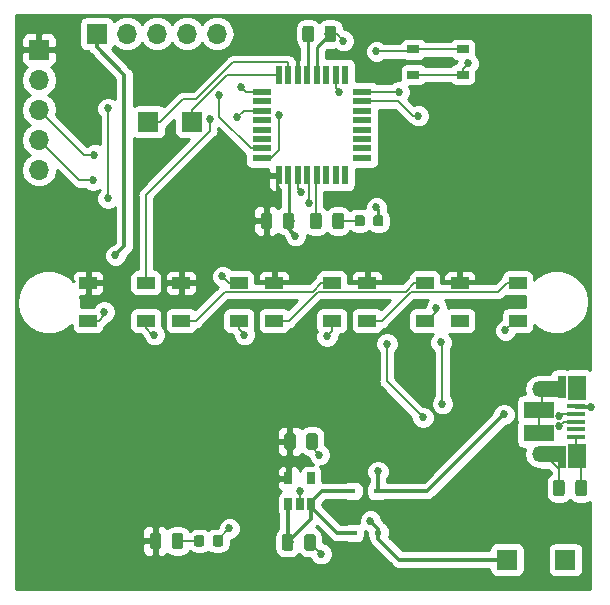
<source format=gbr>
G04 #@! TF.GenerationSoftware,KiCad,Pcbnew,(5.0.2)-1*
G04 #@! TF.CreationDate,2019-11-27T21:51:56-08:00*
G04 #@! TF.ProjectId,bsidessd,62736964-6573-4736-942e-6b696361645f,rev?*
G04 #@! TF.SameCoordinates,Original*
G04 #@! TF.FileFunction,Copper,L1,Top*
G04 #@! TF.FilePolarity,Positive*
%FSLAX46Y46*%
G04 Gerber Fmt 4.6, Leading zero omitted, Abs format (unit mm)*
G04 Created by KiCad (PCBNEW (5.0.2)-1) date 11/27/2019 9:51:56 PM*
%MOMM*%
%LPD*%
G01*
G04 APERTURE LIST*
G04 #@! TA.AperFunction,Conductor*
%ADD10C,0.100000*%
G04 #@! TD*
G04 #@! TA.AperFunction,SMDPad,CuDef*
%ADD11C,0.975000*%
G04 #@! TD*
G04 #@! TA.AperFunction,SMDPad,CuDef*
%ADD12R,0.600000X0.450000*%
G04 #@! TD*
G04 #@! TA.AperFunction,SMDPad,CuDef*
%ADD13C,0.875000*%
G04 #@! TD*
G04 #@! TA.AperFunction,SMDPad,CuDef*
%ADD14R,1.500000X1.000000*%
G04 #@! TD*
G04 #@! TA.AperFunction,ComponentPad*
%ADD15R,1.700000X1.700000*%
G04 #@! TD*
G04 #@! TA.AperFunction,ComponentPad*
%ADD16O,1.700000X1.700000*%
G04 #@! TD*
G04 #@! TA.AperFunction,SMDPad,CuDef*
%ADD17R,2.000000X1.350000*%
G04 #@! TD*
G04 #@! TA.AperFunction,SMDPad,CuDef*
%ADD18R,0.700000X1.825000*%
G04 #@! TD*
G04 #@! TA.AperFunction,SMDPad,CuDef*
%ADD19R,1.500000X2.000000*%
G04 #@! TD*
G04 #@! TA.AperFunction,SMDPad,CuDef*
%ADD20R,1.650000X0.400000*%
G04 #@! TD*
G04 #@! TA.AperFunction,ComponentPad*
%ADD21O,1.500000X1.100000*%
G04 #@! TD*
G04 #@! TA.AperFunction,ComponentPad*
%ADD22O,1.700000X1.350000*%
G04 #@! TD*
G04 #@! TA.AperFunction,SMDPad,CuDef*
%ADD23R,2.500000X1.430000*%
G04 #@! TD*
G04 #@! TA.AperFunction,SMDPad,CuDef*
%ADD24R,1.600000X0.550000*%
G04 #@! TD*
G04 #@! TA.AperFunction,SMDPad,CuDef*
%ADD25R,0.550000X1.600000*%
G04 #@! TD*
G04 #@! TA.AperFunction,SMDPad,CuDef*
%ADD26R,0.650000X1.060000*%
G04 #@! TD*
G04 #@! TA.AperFunction,SMDPad,CuDef*
%ADD27R,1.050000X0.650000*%
G04 #@! TD*
G04 #@! TA.AperFunction,ViaPad*
%ADD28C,0.685800*%
G04 #@! TD*
G04 #@! TA.AperFunction,Conductor*
%ADD29C,0.300000*%
G04 #@! TD*
G04 #@! TA.AperFunction,Conductor*
%ADD30C,0.230000*%
G04 #@! TD*
G04 #@! TA.AperFunction,Conductor*
%ADD31C,0.152400*%
G04 #@! TD*
G04 #@! TA.AperFunction,Conductor*
%ADD32C,0.250000*%
G04 #@! TD*
G04 #@! TA.AperFunction,Conductor*
%ADD33C,0.254000*%
G04 #@! TD*
G04 APERTURE END LIST*
D10*
G04 #@! TO.N,+3V3*
G04 #@! TO.C,C1*
G36*
X172177142Y-117411174D02*
X172200803Y-117414684D01*
X172224007Y-117420496D01*
X172246529Y-117428554D01*
X172268153Y-117438782D01*
X172288670Y-117451079D01*
X172307883Y-117465329D01*
X172325607Y-117481393D01*
X172341671Y-117499117D01*
X172355921Y-117518330D01*
X172368218Y-117538847D01*
X172378446Y-117560471D01*
X172386504Y-117582993D01*
X172392316Y-117606197D01*
X172395826Y-117629858D01*
X172397000Y-117653750D01*
X172397000Y-118566250D01*
X172395826Y-118590142D01*
X172392316Y-118613803D01*
X172386504Y-118637007D01*
X172378446Y-118659529D01*
X172368218Y-118681153D01*
X172355921Y-118701670D01*
X172341671Y-118720883D01*
X172325607Y-118738607D01*
X172307883Y-118754671D01*
X172288670Y-118768921D01*
X172268153Y-118781218D01*
X172246529Y-118791446D01*
X172224007Y-118799504D01*
X172200803Y-118805316D01*
X172177142Y-118808826D01*
X172153250Y-118810000D01*
X171665750Y-118810000D01*
X171641858Y-118808826D01*
X171618197Y-118805316D01*
X171594993Y-118799504D01*
X171572471Y-118791446D01*
X171550847Y-118781218D01*
X171530330Y-118768921D01*
X171511117Y-118754671D01*
X171493393Y-118738607D01*
X171477329Y-118720883D01*
X171463079Y-118701670D01*
X171450782Y-118681153D01*
X171440554Y-118659529D01*
X171432496Y-118637007D01*
X171426684Y-118613803D01*
X171423174Y-118590142D01*
X171422000Y-118566250D01*
X171422000Y-117653750D01*
X171423174Y-117629858D01*
X171426684Y-117606197D01*
X171432496Y-117582993D01*
X171440554Y-117560471D01*
X171450782Y-117538847D01*
X171463079Y-117518330D01*
X171477329Y-117499117D01*
X171493393Y-117481393D01*
X171511117Y-117465329D01*
X171530330Y-117451079D01*
X171550847Y-117438782D01*
X171572471Y-117428554D01*
X171594993Y-117420496D01*
X171618197Y-117414684D01*
X171641858Y-117411174D01*
X171665750Y-117410000D01*
X172153250Y-117410000D01*
X172177142Y-117411174D01*
X172177142Y-117411174D01*
G37*
D11*
G04 #@! TD*
G04 #@! TO.P,C1,1*
G04 #@! TO.N,+3V3*
X171909500Y-118110000D03*
D10*
G04 #@! TO.N,GND*
G04 #@! TO.C,C1*
G36*
X174052142Y-117411174D02*
X174075803Y-117414684D01*
X174099007Y-117420496D01*
X174121529Y-117428554D01*
X174143153Y-117438782D01*
X174163670Y-117451079D01*
X174182883Y-117465329D01*
X174200607Y-117481393D01*
X174216671Y-117499117D01*
X174230921Y-117518330D01*
X174243218Y-117538847D01*
X174253446Y-117560471D01*
X174261504Y-117582993D01*
X174267316Y-117606197D01*
X174270826Y-117629858D01*
X174272000Y-117653750D01*
X174272000Y-118566250D01*
X174270826Y-118590142D01*
X174267316Y-118613803D01*
X174261504Y-118637007D01*
X174253446Y-118659529D01*
X174243218Y-118681153D01*
X174230921Y-118701670D01*
X174216671Y-118720883D01*
X174200607Y-118738607D01*
X174182883Y-118754671D01*
X174163670Y-118768921D01*
X174143153Y-118781218D01*
X174121529Y-118791446D01*
X174099007Y-118799504D01*
X174075803Y-118805316D01*
X174052142Y-118808826D01*
X174028250Y-118810000D01*
X173540750Y-118810000D01*
X173516858Y-118808826D01*
X173493197Y-118805316D01*
X173469993Y-118799504D01*
X173447471Y-118791446D01*
X173425847Y-118781218D01*
X173405330Y-118768921D01*
X173386117Y-118754671D01*
X173368393Y-118738607D01*
X173352329Y-118720883D01*
X173338079Y-118701670D01*
X173325782Y-118681153D01*
X173315554Y-118659529D01*
X173307496Y-118637007D01*
X173301684Y-118613803D01*
X173298174Y-118590142D01*
X173297000Y-118566250D01*
X173297000Y-117653750D01*
X173298174Y-117629858D01*
X173301684Y-117606197D01*
X173307496Y-117582993D01*
X173315554Y-117560471D01*
X173325782Y-117538847D01*
X173338079Y-117518330D01*
X173352329Y-117499117D01*
X173368393Y-117481393D01*
X173386117Y-117465329D01*
X173405330Y-117451079D01*
X173425847Y-117438782D01*
X173447471Y-117428554D01*
X173469993Y-117420496D01*
X173493197Y-117414684D01*
X173516858Y-117411174D01*
X173540750Y-117410000D01*
X174028250Y-117410000D01*
X174052142Y-117411174D01*
X174052142Y-117411174D01*
G37*
D11*
G04 #@! TD*
G04 #@! TO.P,C1,2*
G04 #@! TO.N,GND*
X173784500Y-118110000D03*
D10*
G04 #@! TO.N,GND*
G04 #@! TO.C,C2*
G36*
X177582742Y-101586974D02*
X177606403Y-101590484D01*
X177629607Y-101596296D01*
X177652129Y-101604354D01*
X177673753Y-101614582D01*
X177694270Y-101626879D01*
X177713483Y-101641129D01*
X177731207Y-101657193D01*
X177747271Y-101674917D01*
X177761521Y-101694130D01*
X177773818Y-101714647D01*
X177784046Y-101736271D01*
X177792104Y-101758793D01*
X177797916Y-101781997D01*
X177801426Y-101805658D01*
X177802600Y-101829550D01*
X177802600Y-102742050D01*
X177801426Y-102765942D01*
X177797916Y-102789603D01*
X177792104Y-102812807D01*
X177784046Y-102835329D01*
X177773818Y-102856953D01*
X177761521Y-102877470D01*
X177747271Y-102896683D01*
X177731207Y-102914407D01*
X177713483Y-102930471D01*
X177694270Y-102944721D01*
X177673753Y-102957018D01*
X177652129Y-102967246D01*
X177629607Y-102975304D01*
X177606403Y-102981116D01*
X177582742Y-102984626D01*
X177558850Y-102985800D01*
X177071350Y-102985800D01*
X177047458Y-102984626D01*
X177023797Y-102981116D01*
X177000593Y-102975304D01*
X176978071Y-102967246D01*
X176956447Y-102957018D01*
X176935930Y-102944721D01*
X176916717Y-102930471D01*
X176898993Y-102914407D01*
X176882929Y-102896683D01*
X176868679Y-102877470D01*
X176856382Y-102856953D01*
X176846154Y-102835329D01*
X176838096Y-102812807D01*
X176832284Y-102789603D01*
X176828774Y-102765942D01*
X176827600Y-102742050D01*
X176827600Y-101829550D01*
X176828774Y-101805658D01*
X176832284Y-101781997D01*
X176838096Y-101758793D01*
X176846154Y-101736271D01*
X176856382Y-101714647D01*
X176868679Y-101694130D01*
X176882929Y-101674917D01*
X176898993Y-101657193D01*
X176916717Y-101641129D01*
X176935930Y-101626879D01*
X176956447Y-101614582D01*
X176978071Y-101604354D01*
X177000593Y-101596296D01*
X177023797Y-101590484D01*
X177047458Y-101586974D01*
X177071350Y-101585800D01*
X177558850Y-101585800D01*
X177582742Y-101586974D01*
X177582742Y-101586974D01*
G37*
D11*
G04 #@! TD*
G04 #@! TO.P,C2,2*
G04 #@! TO.N,GND*
X177315100Y-102285800D03*
D10*
G04 #@! TO.N,Net-(C2-Pad1)*
G04 #@! TO.C,C2*
G36*
X175707742Y-101586974D02*
X175731403Y-101590484D01*
X175754607Y-101596296D01*
X175777129Y-101604354D01*
X175798753Y-101614582D01*
X175819270Y-101626879D01*
X175838483Y-101641129D01*
X175856207Y-101657193D01*
X175872271Y-101674917D01*
X175886521Y-101694130D01*
X175898818Y-101714647D01*
X175909046Y-101736271D01*
X175917104Y-101758793D01*
X175922916Y-101781997D01*
X175926426Y-101805658D01*
X175927600Y-101829550D01*
X175927600Y-102742050D01*
X175926426Y-102765942D01*
X175922916Y-102789603D01*
X175917104Y-102812807D01*
X175909046Y-102835329D01*
X175898818Y-102856953D01*
X175886521Y-102877470D01*
X175872271Y-102896683D01*
X175856207Y-102914407D01*
X175838483Y-102930471D01*
X175819270Y-102944721D01*
X175798753Y-102957018D01*
X175777129Y-102967246D01*
X175754607Y-102975304D01*
X175731403Y-102981116D01*
X175707742Y-102984626D01*
X175683850Y-102985800D01*
X175196350Y-102985800D01*
X175172458Y-102984626D01*
X175148797Y-102981116D01*
X175125593Y-102975304D01*
X175103071Y-102967246D01*
X175081447Y-102957018D01*
X175060930Y-102944721D01*
X175041717Y-102930471D01*
X175023993Y-102914407D01*
X175007929Y-102896683D01*
X174993679Y-102877470D01*
X174981382Y-102856953D01*
X174971154Y-102835329D01*
X174963096Y-102812807D01*
X174957284Y-102789603D01*
X174953774Y-102765942D01*
X174952600Y-102742050D01*
X174952600Y-101829550D01*
X174953774Y-101805658D01*
X174957284Y-101781997D01*
X174963096Y-101758793D01*
X174971154Y-101736271D01*
X174981382Y-101714647D01*
X174993679Y-101694130D01*
X175007929Y-101674917D01*
X175023993Y-101657193D01*
X175041717Y-101641129D01*
X175060930Y-101626879D01*
X175081447Y-101614582D01*
X175103071Y-101604354D01*
X175125593Y-101596296D01*
X175148797Y-101590484D01*
X175172458Y-101586974D01*
X175196350Y-101585800D01*
X175683850Y-101585800D01*
X175707742Y-101586974D01*
X175707742Y-101586974D01*
G37*
D11*
G04 #@! TD*
G04 #@! TO.P,C2,1*
G04 #@! TO.N,Net-(C2-Pad1)*
X175440100Y-102285800D03*
D10*
G04 #@! TO.N,GND*
G04 #@! TO.C,C3*
G36*
X175855542Y-144639974D02*
X175879203Y-144643484D01*
X175902407Y-144649296D01*
X175924929Y-144657354D01*
X175946553Y-144667582D01*
X175967070Y-144679879D01*
X175986283Y-144694129D01*
X176004007Y-144710193D01*
X176020071Y-144727917D01*
X176034321Y-144747130D01*
X176046618Y-144767647D01*
X176056846Y-144789271D01*
X176064904Y-144811793D01*
X176070716Y-144834997D01*
X176074226Y-144858658D01*
X176075400Y-144882550D01*
X176075400Y-145795050D01*
X176074226Y-145818942D01*
X176070716Y-145842603D01*
X176064904Y-145865807D01*
X176056846Y-145888329D01*
X176046618Y-145909953D01*
X176034321Y-145930470D01*
X176020071Y-145949683D01*
X176004007Y-145967407D01*
X175986283Y-145983471D01*
X175967070Y-145997721D01*
X175946553Y-146010018D01*
X175924929Y-146020246D01*
X175902407Y-146028304D01*
X175879203Y-146034116D01*
X175855542Y-146037626D01*
X175831650Y-146038800D01*
X175344150Y-146038800D01*
X175320258Y-146037626D01*
X175296597Y-146034116D01*
X175273393Y-146028304D01*
X175250871Y-146020246D01*
X175229247Y-146010018D01*
X175208730Y-145997721D01*
X175189517Y-145983471D01*
X175171793Y-145967407D01*
X175155729Y-145949683D01*
X175141479Y-145930470D01*
X175129182Y-145909953D01*
X175118954Y-145888329D01*
X175110896Y-145865807D01*
X175105084Y-145842603D01*
X175101574Y-145818942D01*
X175100400Y-145795050D01*
X175100400Y-144882550D01*
X175101574Y-144858658D01*
X175105084Y-144834997D01*
X175110896Y-144811793D01*
X175118954Y-144789271D01*
X175129182Y-144767647D01*
X175141479Y-144747130D01*
X175155729Y-144727917D01*
X175171793Y-144710193D01*
X175189517Y-144694129D01*
X175208730Y-144679879D01*
X175229247Y-144667582D01*
X175250871Y-144657354D01*
X175273393Y-144649296D01*
X175296597Y-144643484D01*
X175320258Y-144639974D01*
X175344150Y-144638800D01*
X175831650Y-144638800D01*
X175855542Y-144639974D01*
X175855542Y-144639974D01*
G37*
D11*
G04 #@! TD*
G04 #@! TO.P,C3,2*
G04 #@! TO.N,GND*
X175587900Y-145338800D03*
D10*
G04 #@! TO.N,Net-(C3-Pad1)*
G04 #@! TO.C,C3*
G36*
X173980542Y-144639974D02*
X174004203Y-144643484D01*
X174027407Y-144649296D01*
X174049929Y-144657354D01*
X174071553Y-144667582D01*
X174092070Y-144679879D01*
X174111283Y-144694129D01*
X174129007Y-144710193D01*
X174145071Y-144727917D01*
X174159321Y-144747130D01*
X174171618Y-144767647D01*
X174181846Y-144789271D01*
X174189904Y-144811793D01*
X174195716Y-144834997D01*
X174199226Y-144858658D01*
X174200400Y-144882550D01*
X174200400Y-145795050D01*
X174199226Y-145818942D01*
X174195716Y-145842603D01*
X174189904Y-145865807D01*
X174181846Y-145888329D01*
X174171618Y-145909953D01*
X174159321Y-145930470D01*
X174145071Y-145949683D01*
X174129007Y-145967407D01*
X174111283Y-145983471D01*
X174092070Y-145997721D01*
X174071553Y-146010018D01*
X174049929Y-146020246D01*
X174027407Y-146028304D01*
X174004203Y-146034116D01*
X173980542Y-146037626D01*
X173956650Y-146038800D01*
X173469150Y-146038800D01*
X173445258Y-146037626D01*
X173421597Y-146034116D01*
X173398393Y-146028304D01*
X173375871Y-146020246D01*
X173354247Y-146010018D01*
X173333730Y-145997721D01*
X173314517Y-145983471D01*
X173296793Y-145967407D01*
X173280729Y-145949683D01*
X173266479Y-145930470D01*
X173254182Y-145909953D01*
X173243954Y-145888329D01*
X173235896Y-145865807D01*
X173230084Y-145842603D01*
X173226574Y-145818942D01*
X173225400Y-145795050D01*
X173225400Y-144882550D01*
X173226574Y-144858658D01*
X173230084Y-144834997D01*
X173235896Y-144811793D01*
X173243954Y-144789271D01*
X173254182Y-144767647D01*
X173266479Y-144747130D01*
X173280729Y-144727917D01*
X173296793Y-144710193D01*
X173314517Y-144694129D01*
X173333730Y-144679879D01*
X173354247Y-144667582D01*
X173375871Y-144657354D01*
X173398393Y-144649296D01*
X173421597Y-144643484D01*
X173445258Y-144639974D01*
X173469150Y-144638800D01*
X173956650Y-144638800D01*
X173980542Y-144639974D01*
X173980542Y-144639974D01*
G37*
D11*
G04 #@! TD*
G04 #@! TO.P,C3,1*
G04 #@! TO.N,Net-(C3-Pad1)*
X173712900Y-145338800D03*
D10*
G04 #@! TO.N,GND*
G04 #@! TO.C,C4*
G36*
X196942142Y-140017174D02*
X196965803Y-140020684D01*
X196989007Y-140026496D01*
X197011529Y-140034554D01*
X197033153Y-140044782D01*
X197053670Y-140057079D01*
X197072883Y-140071329D01*
X197090607Y-140087393D01*
X197106671Y-140105117D01*
X197120921Y-140124330D01*
X197133218Y-140144847D01*
X197143446Y-140166471D01*
X197151504Y-140188993D01*
X197157316Y-140212197D01*
X197160826Y-140235858D01*
X197162000Y-140259750D01*
X197162000Y-141172250D01*
X197160826Y-141196142D01*
X197157316Y-141219803D01*
X197151504Y-141243007D01*
X197143446Y-141265529D01*
X197133218Y-141287153D01*
X197120921Y-141307670D01*
X197106671Y-141326883D01*
X197090607Y-141344607D01*
X197072883Y-141360671D01*
X197053670Y-141374921D01*
X197033153Y-141387218D01*
X197011529Y-141397446D01*
X196989007Y-141405504D01*
X196965803Y-141411316D01*
X196942142Y-141414826D01*
X196918250Y-141416000D01*
X196430750Y-141416000D01*
X196406858Y-141414826D01*
X196383197Y-141411316D01*
X196359993Y-141405504D01*
X196337471Y-141397446D01*
X196315847Y-141387218D01*
X196295330Y-141374921D01*
X196276117Y-141360671D01*
X196258393Y-141344607D01*
X196242329Y-141326883D01*
X196228079Y-141307670D01*
X196215782Y-141287153D01*
X196205554Y-141265529D01*
X196197496Y-141243007D01*
X196191684Y-141219803D01*
X196188174Y-141196142D01*
X196187000Y-141172250D01*
X196187000Y-140259750D01*
X196188174Y-140235858D01*
X196191684Y-140212197D01*
X196197496Y-140188993D01*
X196205554Y-140166471D01*
X196215782Y-140144847D01*
X196228079Y-140124330D01*
X196242329Y-140105117D01*
X196258393Y-140087393D01*
X196276117Y-140071329D01*
X196295330Y-140057079D01*
X196315847Y-140044782D01*
X196337471Y-140034554D01*
X196359993Y-140026496D01*
X196383197Y-140020684D01*
X196406858Y-140017174D01*
X196430750Y-140016000D01*
X196918250Y-140016000D01*
X196942142Y-140017174D01*
X196942142Y-140017174D01*
G37*
D11*
G04 #@! TD*
G04 #@! TO.P,C4,1*
G04 #@! TO.N,GND*
X196674500Y-140716000D03*
D10*
G04 #@! TO.N,GND*
G04 #@! TO.C,C4*
G36*
X198817142Y-140017174D02*
X198840803Y-140020684D01*
X198864007Y-140026496D01*
X198886529Y-140034554D01*
X198908153Y-140044782D01*
X198928670Y-140057079D01*
X198947883Y-140071329D01*
X198965607Y-140087393D01*
X198981671Y-140105117D01*
X198995921Y-140124330D01*
X199008218Y-140144847D01*
X199018446Y-140166471D01*
X199026504Y-140188993D01*
X199032316Y-140212197D01*
X199035826Y-140235858D01*
X199037000Y-140259750D01*
X199037000Y-141172250D01*
X199035826Y-141196142D01*
X199032316Y-141219803D01*
X199026504Y-141243007D01*
X199018446Y-141265529D01*
X199008218Y-141287153D01*
X198995921Y-141307670D01*
X198981671Y-141326883D01*
X198965607Y-141344607D01*
X198947883Y-141360671D01*
X198928670Y-141374921D01*
X198908153Y-141387218D01*
X198886529Y-141397446D01*
X198864007Y-141405504D01*
X198840803Y-141411316D01*
X198817142Y-141414826D01*
X198793250Y-141416000D01*
X198305750Y-141416000D01*
X198281858Y-141414826D01*
X198258197Y-141411316D01*
X198234993Y-141405504D01*
X198212471Y-141397446D01*
X198190847Y-141387218D01*
X198170330Y-141374921D01*
X198151117Y-141360671D01*
X198133393Y-141344607D01*
X198117329Y-141326883D01*
X198103079Y-141307670D01*
X198090782Y-141287153D01*
X198080554Y-141265529D01*
X198072496Y-141243007D01*
X198066684Y-141219803D01*
X198063174Y-141196142D01*
X198062000Y-141172250D01*
X198062000Y-140259750D01*
X198063174Y-140235858D01*
X198066684Y-140212197D01*
X198072496Y-140188993D01*
X198080554Y-140166471D01*
X198090782Y-140144847D01*
X198103079Y-140124330D01*
X198117329Y-140105117D01*
X198133393Y-140087393D01*
X198151117Y-140071329D01*
X198170330Y-140057079D01*
X198190847Y-140044782D01*
X198212471Y-140034554D01*
X198234993Y-140026496D01*
X198258197Y-140020684D01*
X198281858Y-140017174D01*
X198305750Y-140016000D01*
X198793250Y-140016000D01*
X198817142Y-140017174D01*
X198817142Y-140017174D01*
G37*
D11*
G04 #@! TD*
G04 #@! TO.P,C4,2*
G04 #@! TO.N,GND*
X198549500Y-140716000D03*
D10*
G04 #@! TO.N,+3V3*
G04 #@! TO.C,C5*
G36*
X174160642Y-136080174D02*
X174184303Y-136083684D01*
X174207507Y-136089496D01*
X174230029Y-136097554D01*
X174251653Y-136107782D01*
X174272170Y-136120079D01*
X174291383Y-136134329D01*
X174309107Y-136150393D01*
X174325171Y-136168117D01*
X174339421Y-136187330D01*
X174351718Y-136207847D01*
X174361946Y-136229471D01*
X174370004Y-136251993D01*
X174375816Y-136275197D01*
X174379326Y-136298858D01*
X174380500Y-136322750D01*
X174380500Y-137235250D01*
X174379326Y-137259142D01*
X174375816Y-137282803D01*
X174370004Y-137306007D01*
X174361946Y-137328529D01*
X174351718Y-137350153D01*
X174339421Y-137370670D01*
X174325171Y-137389883D01*
X174309107Y-137407607D01*
X174291383Y-137423671D01*
X174272170Y-137437921D01*
X174251653Y-137450218D01*
X174230029Y-137460446D01*
X174207507Y-137468504D01*
X174184303Y-137474316D01*
X174160642Y-137477826D01*
X174136750Y-137479000D01*
X173649250Y-137479000D01*
X173625358Y-137477826D01*
X173601697Y-137474316D01*
X173578493Y-137468504D01*
X173555971Y-137460446D01*
X173534347Y-137450218D01*
X173513830Y-137437921D01*
X173494617Y-137423671D01*
X173476893Y-137407607D01*
X173460829Y-137389883D01*
X173446579Y-137370670D01*
X173434282Y-137350153D01*
X173424054Y-137328529D01*
X173415996Y-137306007D01*
X173410184Y-137282803D01*
X173406674Y-137259142D01*
X173405500Y-137235250D01*
X173405500Y-136322750D01*
X173406674Y-136298858D01*
X173410184Y-136275197D01*
X173415996Y-136251993D01*
X173424054Y-136229471D01*
X173434282Y-136207847D01*
X173446579Y-136187330D01*
X173460829Y-136168117D01*
X173476893Y-136150393D01*
X173494617Y-136134329D01*
X173513830Y-136120079D01*
X173534347Y-136107782D01*
X173555971Y-136097554D01*
X173578493Y-136089496D01*
X173601697Y-136083684D01*
X173625358Y-136080174D01*
X173649250Y-136079000D01*
X174136750Y-136079000D01*
X174160642Y-136080174D01*
X174160642Y-136080174D01*
G37*
D11*
G04 #@! TD*
G04 #@! TO.P,C5,1*
G04 #@! TO.N,+3V3*
X173893000Y-136779000D03*
D10*
G04 #@! TO.N,GND*
G04 #@! TO.C,C5*
G36*
X176035642Y-136080174D02*
X176059303Y-136083684D01*
X176082507Y-136089496D01*
X176105029Y-136097554D01*
X176126653Y-136107782D01*
X176147170Y-136120079D01*
X176166383Y-136134329D01*
X176184107Y-136150393D01*
X176200171Y-136168117D01*
X176214421Y-136187330D01*
X176226718Y-136207847D01*
X176236946Y-136229471D01*
X176245004Y-136251993D01*
X176250816Y-136275197D01*
X176254326Y-136298858D01*
X176255500Y-136322750D01*
X176255500Y-137235250D01*
X176254326Y-137259142D01*
X176250816Y-137282803D01*
X176245004Y-137306007D01*
X176236946Y-137328529D01*
X176226718Y-137350153D01*
X176214421Y-137370670D01*
X176200171Y-137389883D01*
X176184107Y-137407607D01*
X176166383Y-137423671D01*
X176147170Y-137437921D01*
X176126653Y-137450218D01*
X176105029Y-137460446D01*
X176082507Y-137468504D01*
X176059303Y-137474316D01*
X176035642Y-137477826D01*
X176011750Y-137479000D01*
X175524250Y-137479000D01*
X175500358Y-137477826D01*
X175476697Y-137474316D01*
X175453493Y-137468504D01*
X175430971Y-137460446D01*
X175409347Y-137450218D01*
X175388830Y-137437921D01*
X175369617Y-137423671D01*
X175351893Y-137407607D01*
X175335829Y-137389883D01*
X175321579Y-137370670D01*
X175309282Y-137350153D01*
X175299054Y-137328529D01*
X175290996Y-137306007D01*
X175285184Y-137282803D01*
X175281674Y-137259142D01*
X175280500Y-137235250D01*
X175280500Y-136322750D01*
X175281674Y-136298858D01*
X175285184Y-136275197D01*
X175290996Y-136251993D01*
X175299054Y-136229471D01*
X175309282Y-136207847D01*
X175321579Y-136187330D01*
X175335829Y-136168117D01*
X175351893Y-136150393D01*
X175369617Y-136134329D01*
X175388830Y-136120079D01*
X175409347Y-136107782D01*
X175430971Y-136097554D01*
X175453493Y-136089496D01*
X175476697Y-136083684D01*
X175500358Y-136080174D01*
X175524250Y-136079000D01*
X176011750Y-136079000D01*
X176035642Y-136080174D01*
X176035642Y-136080174D01*
G37*
D11*
G04 #@! TD*
G04 #@! TO.P,C5,2*
G04 #@! TO.N,GND*
X175768000Y-136779000D03*
D12*
G04 #@! TO.P,D1,2*
G04 #@! TO.N,VBAT*
X181390000Y-144526000D03*
G04 #@! TO.P,D1,1*
G04 #@! TO.N,Net-(C3-Pad1)*
X179290000Y-144526000D03*
G04 #@! TD*
D10*
G04 #@! TO.N,Net-(D2-Pad2)*
G04 #@! TO.C,D2*
G36*
X180046691Y-117636053D02*
X180067926Y-117639203D01*
X180088750Y-117644419D01*
X180108962Y-117651651D01*
X180128368Y-117660830D01*
X180146781Y-117671866D01*
X180164024Y-117684654D01*
X180179930Y-117699070D01*
X180194346Y-117714976D01*
X180207134Y-117732219D01*
X180218170Y-117750632D01*
X180227349Y-117770038D01*
X180234581Y-117790250D01*
X180239797Y-117811074D01*
X180242947Y-117832309D01*
X180244000Y-117853750D01*
X180244000Y-118366250D01*
X180242947Y-118387691D01*
X180239797Y-118408926D01*
X180234581Y-118429750D01*
X180227349Y-118449962D01*
X180218170Y-118469368D01*
X180207134Y-118487781D01*
X180194346Y-118505024D01*
X180179930Y-118520930D01*
X180164024Y-118535346D01*
X180146781Y-118548134D01*
X180128368Y-118559170D01*
X180108962Y-118568349D01*
X180088750Y-118575581D01*
X180067926Y-118580797D01*
X180046691Y-118583947D01*
X180025250Y-118585000D01*
X179587750Y-118585000D01*
X179566309Y-118583947D01*
X179545074Y-118580797D01*
X179524250Y-118575581D01*
X179504038Y-118568349D01*
X179484632Y-118559170D01*
X179466219Y-118548134D01*
X179448976Y-118535346D01*
X179433070Y-118520930D01*
X179418654Y-118505024D01*
X179405866Y-118487781D01*
X179394830Y-118469368D01*
X179385651Y-118449962D01*
X179378419Y-118429750D01*
X179373203Y-118408926D01*
X179370053Y-118387691D01*
X179369000Y-118366250D01*
X179369000Y-117853750D01*
X179370053Y-117832309D01*
X179373203Y-117811074D01*
X179378419Y-117790250D01*
X179385651Y-117770038D01*
X179394830Y-117750632D01*
X179405866Y-117732219D01*
X179418654Y-117714976D01*
X179433070Y-117699070D01*
X179448976Y-117684654D01*
X179466219Y-117671866D01*
X179484632Y-117660830D01*
X179504038Y-117651651D01*
X179524250Y-117644419D01*
X179545074Y-117639203D01*
X179566309Y-117636053D01*
X179587750Y-117635000D01*
X180025250Y-117635000D01*
X180046691Y-117636053D01*
X180046691Y-117636053D01*
G37*
D13*
G04 #@! TD*
G04 #@! TO.P,D2,2*
G04 #@! TO.N,Net-(D2-Pad2)*
X179806500Y-118110000D03*
D10*
G04 #@! TO.N,GND*
G04 #@! TO.C,D2*
G36*
X181621691Y-117636053D02*
X181642926Y-117639203D01*
X181663750Y-117644419D01*
X181683962Y-117651651D01*
X181703368Y-117660830D01*
X181721781Y-117671866D01*
X181739024Y-117684654D01*
X181754930Y-117699070D01*
X181769346Y-117714976D01*
X181782134Y-117732219D01*
X181793170Y-117750632D01*
X181802349Y-117770038D01*
X181809581Y-117790250D01*
X181814797Y-117811074D01*
X181817947Y-117832309D01*
X181819000Y-117853750D01*
X181819000Y-118366250D01*
X181817947Y-118387691D01*
X181814797Y-118408926D01*
X181809581Y-118429750D01*
X181802349Y-118449962D01*
X181793170Y-118469368D01*
X181782134Y-118487781D01*
X181769346Y-118505024D01*
X181754930Y-118520930D01*
X181739024Y-118535346D01*
X181721781Y-118548134D01*
X181703368Y-118559170D01*
X181683962Y-118568349D01*
X181663750Y-118575581D01*
X181642926Y-118580797D01*
X181621691Y-118583947D01*
X181600250Y-118585000D01*
X181162750Y-118585000D01*
X181141309Y-118583947D01*
X181120074Y-118580797D01*
X181099250Y-118575581D01*
X181079038Y-118568349D01*
X181059632Y-118559170D01*
X181041219Y-118548134D01*
X181023976Y-118535346D01*
X181008070Y-118520930D01*
X180993654Y-118505024D01*
X180980866Y-118487781D01*
X180969830Y-118469368D01*
X180960651Y-118449962D01*
X180953419Y-118429750D01*
X180948203Y-118408926D01*
X180945053Y-118387691D01*
X180944000Y-118366250D01*
X180944000Y-117853750D01*
X180945053Y-117832309D01*
X180948203Y-117811074D01*
X180953419Y-117790250D01*
X180960651Y-117770038D01*
X180969830Y-117750632D01*
X180980866Y-117732219D01*
X180993654Y-117714976D01*
X181008070Y-117699070D01*
X181023976Y-117684654D01*
X181041219Y-117671866D01*
X181059632Y-117660830D01*
X181079038Y-117651651D01*
X181099250Y-117644419D01*
X181120074Y-117639203D01*
X181141309Y-117636053D01*
X181162750Y-117635000D01*
X181600250Y-117635000D01*
X181621691Y-117636053D01*
X181621691Y-117636053D01*
G37*
D13*
G04 #@! TD*
G04 #@! TO.P,D2,1*
G04 #@! TO.N,GND*
X181381500Y-118110000D03*
D14*
G04 #@! TO.P,D3,3*
G04 #@! TO.N,GND*
X161708000Y-126568000D03*
G04 #@! TO.P,D3,4*
G04 #@! TO.N,/LED*
X161708000Y-123368000D03*
G04 #@! TO.P,D3,2*
G04 #@! TO.N,Net-(D3-Pad2)*
X156808000Y-126568000D03*
G04 #@! TO.P,D3,1*
G04 #@! TO.N,+3V3*
X156808000Y-123368000D03*
G04 #@! TD*
D12*
G04 #@! TO.P,D4,1*
G04 #@! TO.N,Net-(C3-Pad1)*
X179188400Y-140970000D03*
G04 #@! TO.P,D4,2*
G04 #@! TO.N,VBUS*
X181288400Y-140970000D03*
G04 #@! TD*
D14*
G04 #@! TO.P,D5,3*
G04 #@! TO.N,GND*
X169582000Y-126568000D03*
G04 #@! TO.P,D5,4*
G04 #@! TO.N,Net-(D3-Pad2)*
X169582000Y-123368000D03*
G04 #@! TO.P,D5,2*
G04 #@! TO.N,Net-(D5-Pad2)*
X164682000Y-126568000D03*
G04 #@! TO.P,D5,1*
G04 #@! TO.N,+3V3*
X164682000Y-123368000D03*
G04 #@! TD*
D10*
G04 #@! TO.N,GND*
G04 #@! TO.C,D6*
G36*
X168032691Y-144737853D02*
X168053926Y-144741003D01*
X168074750Y-144746219D01*
X168094962Y-144753451D01*
X168114368Y-144762630D01*
X168132781Y-144773666D01*
X168150024Y-144786454D01*
X168165930Y-144800870D01*
X168180346Y-144816776D01*
X168193134Y-144834019D01*
X168204170Y-144852432D01*
X168213349Y-144871838D01*
X168220581Y-144892050D01*
X168225797Y-144912874D01*
X168228947Y-144934109D01*
X168230000Y-144955550D01*
X168230000Y-145468050D01*
X168228947Y-145489491D01*
X168225797Y-145510726D01*
X168220581Y-145531550D01*
X168213349Y-145551762D01*
X168204170Y-145571168D01*
X168193134Y-145589581D01*
X168180346Y-145606824D01*
X168165930Y-145622730D01*
X168150024Y-145637146D01*
X168132781Y-145649934D01*
X168114368Y-145660970D01*
X168094962Y-145670149D01*
X168074750Y-145677381D01*
X168053926Y-145682597D01*
X168032691Y-145685747D01*
X168011250Y-145686800D01*
X167573750Y-145686800D01*
X167552309Y-145685747D01*
X167531074Y-145682597D01*
X167510250Y-145677381D01*
X167490038Y-145670149D01*
X167470632Y-145660970D01*
X167452219Y-145649934D01*
X167434976Y-145637146D01*
X167419070Y-145622730D01*
X167404654Y-145606824D01*
X167391866Y-145589581D01*
X167380830Y-145571168D01*
X167371651Y-145551762D01*
X167364419Y-145531550D01*
X167359203Y-145510726D01*
X167356053Y-145489491D01*
X167355000Y-145468050D01*
X167355000Y-144955550D01*
X167356053Y-144934109D01*
X167359203Y-144912874D01*
X167364419Y-144892050D01*
X167371651Y-144871838D01*
X167380830Y-144852432D01*
X167391866Y-144834019D01*
X167404654Y-144816776D01*
X167419070Y-144800870D01*
X167434976Y-144786454D01*
X167452219Y-144773666D01*
X167470632Y-144762630D01*
X167490038Y-144753451D01*
X167510250Y-144746219D01*
X167531074Y-144741003D01*
X167552309Y-144737853D01*
X167573750Y-144736800D01*
X168011250Y-144736800D01*
X168032691Y-144737853D01*
X168032691Y-144737853D01*
G37*
D13*
G04 #@! TD*
G04 #@! TO.P,D6,1*
G04 #@! TO.N,GND*
X167792500Y-145211800D03*
D10*
G04 #@! TO.N,Net-(D6-Pad2)*
G04 #@! TO.C,D6*
G36*
X166457691Y-144737853D02*
X166478926Y-144741003D01*
X166499750Y-144746219D01*
X166519962Y-144753451D01*
X166539368Y-144762630D01*
X166557781Y-144773666D01*
X166575024Y-144786454D01*
X166590930Y-144800870D01*
X166605346Y-144816776D01*
X166618134Y-144834019D01*
X166629170Y-144852432D01*
X166638349Y-144871838D01*
X166645581Y-144892050D01*
X166650797Y-144912874D01*
X166653947Y-144934109D01*
X166655000Y-144955550D01*
X166655000Y-145468050D01*
X166653947Y-145489491D01*
X166650797Y-145510726D01*
X166645581Y-145531550D01*
X166638349Y-145551762D01*
X166629170Y-145571168D01*
X166618134Y-145589581D01*
X166605346Y-145606824D01*
X166590930Y-145622730D01*
X166575024Y-145637146D01*
X166557781Y-145649934D01*
X166539368Y-145660970D01*
X166519962Y-145670149D01*
X166499750Y-145677381D01*
X166478926Y-145682597D01*
X166457691Y-145685747D01*
X166436250Y-145686800D01*
X165998750Y-145686800D01*
X165977309Y-145685747D01*
X165956074Y-145682597D01*
X165935250Y-145677381D01*
X165915038Y-145670149D01*
X165895632Y-145660970D01*
X165877219Y-145649934D01*
X165859976Y-145637146D01*
X165844070Y-145622730D01*
X165829654Y-145606824D01*
X165816866Y-145589581D01*
X165805830Y-145571168D01*
X165796651Y-145551762D01*
X165789419Y-145531550D01*
X165784203Y-145510726D01*
X165781053Y-145489491D01*
X165780000Y-145468050D01*
X165780000Y-144955550D01*
X165781053Y-144934109D01*
X165784203Y-144912874D01*
X165789419Y-144892050D01*
X165796651Y-144871838D01*
X165805830Y-144852432D01*
X165816866Y-144834019D01*
X165829654Y-144816776D01*
X165844070Y-144800870D01*
X165859976Y-144786454D01*
X165877219Y-144773666D01*
X165895632Y-144762630D01*
X165915038Y-144753451D01*
X165935250Y-144746219D01*
X165956074Y-144741003D01*
X165977309Y-144737853D01*
X165998750Y-144736800D01*
X166436250Y-144736800D01*
X166457691Y-144737853D01*
X166457691Y-144737853D01*
G37*
D13*
G04 #@! TD*
G04 #@! TO.P,D6,2*
G04 #@! TO.N,Net-(D6-Pad2)*
X166217500Y-145211800D03*
D14*
G04 #@! TO.P,D7,1*
G04 #@! TO.N,+3V3*
X172556000Y-123368000D03*
G04 #@! TO.P,D7,2*
G04 #@! TO.N,Net-(D7-Pad2)*
X172556000Y-126568000D03*
G04 #@! TO.P,D7,4*
G04 #@! TO.N,Net-(D5-Pad2)*
X177456000Y-123368000D03*
G04 #@! TO.P,D7,3*
G04 #@! TO.N,GND*
X177456000Y-126568000D03*
G04 #@! TD*
G04 #@! TO.P,D8,3*
G04 #@! TO.N,GND*
X185330000Y-126568000D03*
G04 #@! TO.P,D8,4*
G04 #@! TO.N,Net-(D7-Pad2)*
X185330000Y-123368000D03*
G04 #@! TO.P,D8,2*
G04 #@! TO.N,Net-(D8-Pad2)*
X180430000Y-126568000D03*
G04 #@! TO.P,D8,1*
G04 #@! TO.N,+3V3*
X180430000Y-123368000D03*
G04 #@! TD*
G04 #@! TO.P,D9,1*
G04 #@! TO.N,+3V3*
X188278600Y-123368000D03*
G04 #@! TO.P,D9,2*
G04 #@! TO.N,Net-(D9-Pad2)*
X188278600Y-126568000D03*
G04 #@! TO.P,D9,4*
G04 #@! TO.N,Net-(D8-Pad2)*
X193178600Y-123368000D03*
G04 #@! TO.P,D9,3*
G04 #@! TO.N,GND*
X193178600Y-126568000D03*
G04 #@! TD*
D15*
G04 #@! TO.P,J1,1*
G04 #@! TO.N,VBAT*
X157556200Y-102260400D03*
D16*
G04 #@! TO.P,J1,2*
G04 #@! TO.N,GND*
X160096200Y-102260400D03*
G04 #@! TO.P,J1,3*
G04 #@! TO.N,/D4_A2_PAU06_TXD_MOSI*
X162636200Y-102260400D03*
G04 #@! TO.P,J1,4*
G04 #@! TO.N,/D3_A3_PAU07_RXD_SCK*
X165176200Y-102260400D03*
G04 #@! TO.P,J1,5*
G04 #@! TO.N,/~RESET*
X167716200Y-102260400D03*
G04 #@! TD*
G04 #@! TO.P,J2,5*
G04 #@! TO.N,VBUS*
X152654000Y-113792000D03*
G04 #@! TO.P,J2,4*
G04 #@! TO.N,/D0_A4_PAU08_SDA*
X152654000Y-111252000D03*
G04 #@! TO.P,J2,3*
G04 #@! TO.N,/D1_A0_PAU02*
X152654000Y-108712000D03*
G04 #@! TO.P,J2,2*
G04 #@! TO.N,/D2_A1_PAU09_SCL_MISO*
X152654000Y-106172000D03*
D15*
G04 #@! TO.P,J2,1*
G04 #@! TO.N,+3V3*
X152654000Y-103632000D03*
G04 #@! TD*
D17*
G04 #@! TO.P,J3,6*
G04 #@! TO.N,GND*
X196157000Y-137853000D03*
X196157000Y-132373000D03*
D18*
X196907000Y-132153000D03*
X196907000Y-138103000D03*
D19*
X198207000Y-132253000D03*
X198227000Y-138003000D03*
D20*
G04 #@! TO.P,J3,1*
G04 #@! TO.N,VBUS*
X198107000Y-133803000D03*
G04 #@! TO.P,J3,2*
G04 #@! TO.N,/D-*
X198107000Y-134453000D03*
G04 #@! TO.P,J3,3*
G04 #@! TO.N,/D+*
X198107000Y-135103000D03*
G04 #@! TO.P,J3,4*
G04 #@! TO.N,Net-(J3-Pad4)*
X198107000Y-135753000D03*
G04 #@! TO.P,J3,5*
G04 #@! TO.N,GND*
X198107000Y-136403000D03*
D21*
G04 #@! TO.P,J3,6*
X198227000Y-132683000D03*
X198227000Y-137523000D03*
D22*
X195227000Y-132373000D03*
X195227000Y-137833000D03*
D23*
X194957000Y-134143000D03*
X194957000Y-136063000D03*
G04 #@! TD*
D10*
G04 #@! TO.N,Net-(R1-Pad2)*
G04 #@! TO.C,R1*
G36*
X176368142Y-117411174D02*
X176391803Y-117414684D01*
X176415007Y-117420496D01*
X176437529Y-117428554D01*
X176459153Y-117438782D01*
X176479670Y-117451079D01*
X176498883Y-117465329D01*
X176516607Y-117481393D01*
X176532671Y-117499117D01*
X176546921Y-117518330D01*
X176559218Y-117538847D01*
X176569446Y-117560471D01*
X176577504Y-117582993D01*
X176583316Y-117606197D01*
X176586826Y-117629858D01*
X176588000Y-117653750D01*
X176588000Y-118566250D01*
X176586826Y-118590142D01*
X176583316Y-118613803D01*
X176577504Y-118637007D01*
X176569446Y-118659529D01*
X176559218Y-118681153D01*
X176546921Y-118701670D01*
X176532671Y-118720883D01*
X176516607Y-118738607D01*
X176498883Y-118754671D01*
X176479670Y-118768921D01*
X176459153Y-118781218D01*
X176437529Y-118791446D01*
X176415007Y-118799504D01*
X176391803Y-118805316D01*
X176368142Y-118808826D01*
X176344250Y-118810000D01*
X175856750Y-118810000D01*
X175832858Y-118808826D01*
X175809197Y-118805316D01*
X175785993Y-118799504D01*
X175763471Y-118791446D01*
X175741847Y-118781218D01*
X175721330Y-118768921D01*
X175702117Y-118754671D01*
X175684393Y-118738607D01*
X175668329Y-118720883D01*
X175654079Y-118701670D01*
X175641782Y-118681153D01*
X175631554Y-118659529D01*
X175623496Y-118637007D01*
X175617684Y-118613803D01*
X175614174Y-118590142D01*
X175613000Y-118566250D01*
X175613000Y-117653750D01*
X175614174Y-117629858D01*
X175617684Y-117606197D01*
X175623496Y-117582993D01*
X175631554Y-117560471D01*
X175641782Y-117538847D01*
X175654079Y-117518330D01*
X175668329Y-117499117D01*
X175684393Y-117481393D01*
X175702117Y-117465329D01*
X175721330Y-117451079D01*
X175741847Y-117438782D01*
X175763471Y-117428554D01*
X175785993Y-117420496D01*
X175809197Y-117414684D01*
X175832858Y-117411174D01*
X175856750Y-117410000D01*
X176344250Y-117410000D01*
X176368142Y-117411174D01*
X176368142Y-117411174D01*
G37*
D11*
G04 #@! TD*
G04 #@! TO.P,R1,2*
G04 #@! TO.N,Net-(R1-Pad2)*
X176100500Y-118110000D03*
D10*
G04 #@! TO.N,Net-(D2-Pad2)*
G04 #@! TO.C,R1*
G36*
X178243142Y-117411174D02*
X178266803Y-117414684D01*
X178290007Y-117420496D01*
X178312529Y-117428554D01*
X178334153Y-117438782D01*
X178354670Y-117451079D01*
X178373883Y-117465329D01*
X178391607Y-117481393D01*
X178407671Y-117499117D01*
X178421921Y-117518330D01*
X178434218Y-117538847D01*
X178444446Y-117560471D01*
X178452504Y-117582993D01*
X178458316Y-117606197D01*
X178461826Y-117629858D01*
X178463000Y-117653750D01*
X178463000Y-118566250D01*
X178461826Y-118590142D01*
X178458316Y-118613803D01*
X178452504Y-118637007D01*
X178444446Y-118659529D01*
X178434218Y-118681153D01*
X178421921Y-118701670D01*
X178407671Y-118720883D01*
X178391607Y-118738607D01*
X178373883Y-118754671D01*
X178354670Y-118768921D01*
X178334153Y-118781218D01*
X178312529Y-118791446D01*
X178290007Y-118799504D01*
X178266803Y-118805316D01*
X178243142Y-118808826D01*
X178219250Y-118810000D01*
X177731750Y-118810000D01*
X177707858Y-118808826D01*
X177684197Y-118805316D01*
X177660993Y-118799504D01*
X177638471Y-118791446D01*
X177616847Y-118781218D01*
X177596330Y-118768921D01*
X177577117Y-118754671D01*
X177559393Y-118738607D01*
X177543329Y-118720883D01*
X177529079Y-118701670D01*
X177516782Y-118681153D01*
X177506554Y-118659529D01*
X177498496Y-118637007D01*
X177492684Y-118613803D01*
X177489174Y-118590142D01*
X177488000Y-118566250D01*
X177488000Y-117653750D01*
X177489174Y-117629858D01*
X177492684Y-117606197D01*
X177498496Y-117582993D01*
X177506554Y-117560471D01*
X177516782Y-117538847D01*
X177529079Y-117518330D01*
X177543329Y-117499117D01*
X177559393Y-117481393D01*
X177577117Y-117465329D01*
X177596330Y-117451079D01*
X177616847Y-117438782D01*
X177638471Y-117428554D01*
X177660993Y-117420496D01*
X177684197Y-117414684D01*
X177707858Y-117411174D01*
X177731750Y-117410000D01*
X178219250Y-117410000D01*
X178243142Y-117411174D01*
X178243142Y-117411174D01*
G37*
D11*
G04 #@! TD*
G04 #@! TO.P,R1,1*
G04 #@! TO.N,Net-(D2-Pad2)*
X177975500Y-118110000D03*
D10*
G04 #@! TO.N,+3V3*
G04 #@! TO.C,R2*
G36*
X162779142Y-144512974D02*
X162802803Y-144516484D01*
X162826007Y-144522296D01*
X162848529Y-144530354D01*
X162870153Y-144540582D01*
X162890670Y-144552879D01*
X162909883Y-144567129D01*
X162927607Y-144583193D01*
X162943671Y-144600917D01*
X162957921Y-144620130D01*
X162970218Y-144640647D01*
X162980446Y-144662271D01*
X162988504Y-144684793D01*
X162994316Y-144707997D01*
X162997826Y-144731658D01*
X162999000Y-144755550D01*
X162999000Y-145668050D01*
X162997826Y-145691942D01*
X162994316Y-145715603D01*
X162988504Y-145738807D01*
X162980446Y-145761329D01*
X162970218Y-145782953D01*
X162957921Y-145803470D01*
X162943671Y-145822683D01*
X162927607Y-145840407D01*
X162909883Y-145856471D01*
X162890670Y-145870721D01*
X162870153Y-145883018D01*
X162848529Y-145893246D01*
X162826007Y-145901304D01*
X162802803Y-145907116D01*
X162779142Y-145910626D01*
X162755250Y-145911800D01*
X162267750Y-145911800D01*
X162243858Y-145910626D01*
X162220197Y-145907116D01*
X162196993Y-145901304D01*
X162174471Y-145893246D01*
X162152847Y-145883018D01*
X162132330Y-145870721D01*
X162113117Y-145856471D01*
X162095393Y-145840407D01*
X162079329Y-145822683D01*
X162065079Y-145803470D01*
X162052782Y-145782953D01*
X162042554Y-145761329D01*
X162034496Y-145738807D01*
X162028684Y-145715603D01*
X162025174Y-145691942D01*
X162024000Y-145668050D01*
X162024000Y-144755550D01*
X162025174Y-144731658D01*
X162028684Y-144707997D01*
X162034496Y-144684793D01*
X162042554Y-144662271D01*
X162052782Y-144640647D01*
X162065079Y-144620130D01*
X162079329Y-144600917D01*
X162095393Y-144583193D01*
X162113117Y-144567129D01*
X162132330Y-144552879D01*
X162152847Y-144540582D01*
X162174471Y-144530354D01*
X162196993Y-144522296D01*
X162220197Y-144516484D01*
X162243858Y-144512974D01*
X162267750Y-144511800D01*
X162755250Y-144511800D01*
X162779142Y-144512974D01*
X162779142Y-144512974D01*
G37*
D11*
G04 #@! TD*
G04 #@! TO.P,R2,1*
G04 #@! TO.N,+3V3*
X162511500Y-145211800D03*
D10*
G04 #@! TO.N,Net-(D6-Pad2)*
G04 #@! TO.C,R2*
G36*
X164654142Y-144512974D02*
X164677803Y-144516484D01*
X164701007Y-144522296D01*
X164723529Y-144530354D01*
X164745153Y-144540582D01*
X164765670Y-144552879D01*
X164784883Y-144567129D01*
X164802607Y-144583193D01*
X164818671Y-144600917D01*
X164832921Y-144620130D01*
X164845218Y-144640647D01*
X164855446Y-144662271D01*
X164863504Y-144684793D01*
X164869316Y-144707997D01*
X164872826Y-144731658D01*
X164874000Y-144755550D01*
X164874000Y-145668050D01*
X164872826Y-145691942D01*
X164869316Y-145715603D01*
X164863504Y-145738807D01*
X164855446Y-145761329D01*
X164845218Y-145782953D01*
X164832921Y-145803470D01*
X164818671Y-145822683D01*
X164802607Y-145840407D01*
X164784883Y-145856471D01*
X164765670Y-145870721D01*
X164745153Y-145883018D01*
X164723529Y-145893246D01*
X164701007Y-145901304D01*
X164677803Y-145907116D01*
X164654142Y-145910626D01*
X164630250Y-145911800D01*
X164142750Y-145911800D01*
X164118858Y-145910626D01*
X164095197Y-145907116D01*
X164071993Y-145901304D01*
X164049471Y-145893246D01*
X164027847Y-145883018D01*
X164007330Y-145870721D01*
X163988117Y-145856471D01*
X163970393Y-145840407D01*
X163954329Y-145822683D01*
X163940079Y-145803470D01*
X163927782Y-145782953D01*
X163917554Y-145761329D01*
X163909496Y-145738807D01*
X163903684Y-145715603D01*
X163900174Y-145691942D01*
X163899000Y-145668050D01*
X163899000Y-144755550D01*
X163900174Y-144731658D01*
X163903684Y-144707997D01*
X163909496Y-144684793D01*
X163917554Y-144662271D01*
X163927782Y-144640647D01*
X163940079Y-144620130D01*
X163954329Y-144600917D01*
X163970393Y-144583193D01*
X163988117Y-144567129D01*
X164007330Y-144552879D01*
X164027847Y-144540582D01*
X164049471Y-144530354D01*
X164071993Y-144522296D01*
X164095197Y-144516484D01*
X164118858Y-144512974D01*
X164142750Y-144511800D01*
X164630250Y-144511800D01*
X164654142Y-144512974D01*
X164654142Y-144512974D01*
G37*
D11*
G04 #@! TD*
G04 #@! TO.P,R2,2*
G04 #@! TO.N,Net-(D6-Pad2)*
X164386500Y-145211800D03*
D15*
G04 #@! TO.P,TP1,1*
G04 #@! TO.N,Net-(TP1-Pad1)*
X165608000Y-109728000D03*
G04 #@! TD*
G04 #@! TO.P,TP2,1*
G04 #@! TO.N,Net-(TP2-Pad1)*
X161925000Y-109728000D03*
G04 #@! TD*
G04 #@! TO.P,TP3,1*
G04 #@! TO.N,VBAT*
X192278000Y-146786600D03*
G04 #@! TD*
G04 #@! TO.P,TP4,1*
G04 #@! TO.N,GND*
X197231000Y-146812000D03*
G04 #@! TD*
D24*
G04 #@! TO.P,U1,1*
G04 #@! TO.N,/LED*
X171518000Y-107182000D03*
G04 #@! TO.P,U1,2*
G04 #@! TO.N,Net-(U1-Pad2)*
X171518000Y-107982000D03*
G04 #@! TO.P,U1,3*
G04 #@! TO.N,/D1_A0_PAU02*
X171518000Y-108782000D03*
G04 #@! TO.P,U1,4*
G04 #@! TO.N,Net-(U1-Pad4)*
X171518000Y-109582000D03*
G04 #@! TO.P,U1,5*
G04 #@! TO.N,Net-(U1-Pad5)*
X171518000Y-110382000D03*
G04 #@! TO.P,U1,6*
G04 #@! TO.N,Net-(U1-Pad6)*
X171518000Y-111182000D03*
G04 #@! TO.P,U1,7*
G04 #@! TO.N,/D4_A2_PAU06_TXD_MOSI*
X171518000Y-111982000D03*
G04 #@! TO.P,U1,8*
G04 #@! TO.N,/D3_A3_PAU07_RXD_SCK*
X171518000Y-112782000D03*
D25*
G04 #@! TO.P,U1,9*
G04 #@! TO.N,+3V3*
X172968000Y-114232000D03*
G04 #@! TO.P,U1,10*
G04 #@! TO.N,GND*
X173768000Y-114232000D03*
G04 #@! TO.P,U1,11*
G04 #@! TO.N,/D0_A4_PAU08_SDA*
X174568000Y-114232000D03*
G04 #@! TO.P,U1,12*
G04 #@! TO.N,/D2_A1_PAU09_SCL_MISO*
X175368000Y-114232000D03*
G04 #@! TO.P,U1,13*
G04 #@! TO.N,Net-(R1-Pad2)*
X176168000Y-114232000D03*
G04 #@! TO.P,U1,14*
G04 #@! TO.N,Net-(U1-Pad14)*
X176968000Y-114232000D03*
G04 #@! TO.P,U1,15*
G04 #@! TO.N,Net-(U1-Pad15)*
X177768000Y-114232000D03*
G04 #@! TO.P,U1,16*
G04 #@! TO.N,Net-(U1-Pad16)*
X178568000Y-114232000D03*
D24*
G04 #@! TO.P,U1,17*
G04 #@! TO.N,Net-(U1-Pad17)*
X180018000Y-112782000D03*
G04 #@! TO.P,U1,18*
G04 #@! TO.N,Net-(U1-Pad18)*
X180018000Y-111982000D03*
G04 #@! TO.P,U1,19*
G04 #@! TO.N,Net-(U1-Pad19)*
X180018000Y-111182000D03*
G04 #@! TO.P,U1,20*
G04 #@! TO.N,Net-(U1-Pad20)*
X180018000Y-110382000D03*
G04 #@! TO.P,U1,21*
G04 #@! TO.N,Net-(U1-Pad21)*
X180018000Y-109582000D03*
G04 #@! TO.P,U1,22*
G04 #@! TO.N,Net-(U1-Pad22)*
X180018000Y-108782000D03*
G04 #@! TO.P,U1,23*
G04 #@! TO.N,/D-*
X180018000Y-107982000D03*
G04 #@! TO.P,U1,24*
G04 #@! TO.N,/D+*
X180018000Y-107182000D03*
D25*
G04 #@! TO.P,U1,25*
G04 #@! TO.N,Net-(U1-Pad25)*
X178568000Y-105732000D03*
G04 #@! TO.P,U1,26*
G04 #@! TO.N,/~RESET*
X177768000Y-105732000D03*
G04 #@! TO.P,U1,27*
G04 #@! TO.N,Net-(U1-Pad27)*
X176968000Y-105732000D03*
G04 #@! TO.P,U1,28*
G04 #@! TO.N,GND*
X176168000Y-105732000D03*
G04 #@! TO.P,U1,29*
G04 #@! TO.N,Net-(C2-Pad1)*
X175368000Y-105732000D03*
G04 #@! TO.P,U1,30*
G04 #@! TO.N,+3V3*
X174568000Y-105732000D03*
G04 #@! TO.P,U1,31*
G04 #@! TO.N,Net-(TP2-Pad1)*
X173768000Y-105732000D03*
G04 #@! TO.P,U1,32*
G04 #@! TO.N,Net-(TP1-Pad1)*
X172968000Y-105732000D03*
G04 #@! TD*
D26*
G04 #@! TO.P,U2,1*
G04 #@! TO.N,Net-(C3-Pad1)*
X173776600Y-142120800D03*
G04 #@! TO.P,U2,2*
G04 #@! TO.N,GND*
X174726600Y-142120800D03*
G04 #@! TO.P,U2,3*
G04 #@! TO.N,Net-(C3-Pad1)*
X175676600Y-142120800D03*
G04 #@! TO.P,U2,4*
G04 #@! TO.N,Net-(U2-Pad4)*
X175676600Y-139920800D03*
G04 #@! TO.P,U2,5*
G04 #@! TO.N,+3V3*
X173776600Y-139920800D03*
G04 #@! TD*
D27*
G04 #@! TO.P,SW1,1*
G04 #@! TO.N,/~RESET*
X184361000Y-103573000D03*
X188511000Y-103573000D03*
G04 #@! TO.P,SW1,2*
G04 #@! TO.N,GND*
X184361000Y-105723000D03*
X188511000Y-105723000D03*
G04 #@! TD*
D28*
G04 #@! TO.N,GND*
X188976000Y-104775000D03*
X181229000Y-116967000D03*
X178435000Y-102870000D03*
X192151000Y-127381000D03*
X186309000Y-125476000D03*
X177038000Y-127889000D03*
X170053000Y-127762000D03*
X162433000Y-127762000D03*
X174752000Y-140970000D03*
X176530000Y-146304000D03*
X168783000Y-144145000D03*
X176403000Y-137922000D03*
X174371000Y-119380000D03*
G04 #@! TO.N,VBAT*
X180721000Y-143510000D03*
X159131000Y-121031000D03*
G04 #@! TO.N,/LED*
X169799000Y-106807000D03*
X167132000Y-109474000D03*
G04 #@! TO.N,Net-(D3-Pad2)*
X158165800Y-125831600D03*
X168173400Y-122809000D03*
G04 #@! TO.N,VBUS*
X192024000Y-134493000D03*
X199429700Y-133858000D03*
X181356000Y-139319000D03*
G04 #@! TO.N,/D4_A2_PAU06_TXD_MOSI*
X167894000Y-107442000D03*
G04 #@! TO.N,/D3_A3_PAU07_RXD_SCK*
X172974000Y-109136178D03*
G04 #@! TO.N,/~RESET*
X178054000Y-107188000D03*
X181229000Y-103759000D03*
G04 #@! TO.N,/D0_A4_PAU08_SDA*
X174879000Y-115697000D03*
X157226000Y-114681000D03*
G04 #@! TO.N,/D1_A0_PAU02*
X169418000Y-109347000D03*
X157353000Y-112522000D03*
G04 #@! TO.N,/D2_A1_PAU09_SCL_MISO*
X158496000Y-108585000D03*
X158496000Y-116205000D03*
X175514000Y-116586000D03*
G04 #@! TO.N,/D-*
X196702302Y-134620000D03*
X186817000Y-133604000D03*
X186690000Y-128397000D03*
X184785000Y-109220000D03*
G04 #@! TO.N,/D+*
X196723000Y-135509000D03*
X185166000Y-134747000D03*
X182118000Y-128524000D03*
X183134000Y-107188000D03*
G04 #@! TD*
D29*
G04 #@! TO.N,+3V3*
X174568000Y-105732000D02*
X174568000Y-104337000D01*
X174568000Y-104337000D02*
X173482000Y-103251000D01*
D30*
G04 #@! TO.N,GND*
X176168000Y-103432900D02*
X177315100Y-102285800D01*
X176168000Y-105732000D02*
X176168000Y-103432900D01*
D31*
X184361000Y-105723000D02*
X188511000Y-105723000D01*
X188511000Y-105723000D02*
X188511000Y-105240000D01*
X188511000Y-105240000D02*
X188976000Y-104775000D01*
D32*
X173784500Y-114248500D02*
X173768000Y-114232000D01*
X173784500Y-118110000D02*
X173784500Y-114248500D01*
X181381500Y-118110000D02*
X181381500Y-117119500D01*
X181381500Y-117119500D02*
X181229000Y-116967000D01*
D31*
X177315100Y-102285800D02*
X177850800Y-102285800D01*
X177850800Y-102285800D02*
X178435000Y-102870000D01*
X193178600Y-126568000D02*
X192964000Y-126568000D01*
X192964000Y-126568000D02*
X192151000Y-127381000D01*
X186309000Y-125839000D02*
X186309000Y-125476000D01*
X185330000Y-126568000D02*
X185580000Y-126568000D01*
X185580000Y-126568000D02*
X186309000Y-125839000D01*
X177456000Y-126568000D02*
X177456000Y-127471000D01*
X177456000Y-127471000D02*
X177038000Y-127889000D01*
X169582000Y-126568000D02*
X169582000Y-127291000D01*
X169582000Y-127291000D02*
X170053000Y-127762000D01*
X162249600Y-127762000D02*
X162433000Y-127762000D01*
X161708000Y-126568000D02*
X161708000Y-127220400D01*
X161708000Y-127220400D02*
X162249600Y-127762000D01*
X174726600Y-142120800D02*
X174726600Y-140995400D01*
X174726600Y-140995400D02*
X174752000Y-140970000D01*
X175587900Y-145338800D02*
X175587900Y-145361900D01*
X175587900Y-145361900D02*
X176530000Y-146304000D01*
X167792500Y-145211800D02*
X167792500Y-145135500D01*
X167792500Y-145135500D02*
X168783000Y-144145000D01*
X175768000Y-136779000D02*
X175768000Y-137287000D01*
X175768000Y-137287000D02*
X176403000Y-137922000D01*
X195402000Y-137833000D02*
X195227000Y-137833000D01*
X196674500Y-139105500D02*
X195402000Y-137833000D01*
X196674500Y-140716000D02*
X196674500Y-139105500D01*
X198549500Y-137845500D02*
X198227000Y-137523000D01*
X198549500Y-140716000D02*
X198549500Y-137845500D01*
X194957000Y-136063000D02*
X194957000Y-134143000D01*
X195227000Y-133873000D02*
X194957000Y-134143000D01*
X195227000Y-132373000D02*
X195227000Y-133873000D01*
X198107000Y-137403000D02*
X198227000Y-137523000D01*
X198107000Y-136403000D02*
X198107000Y-137403000D01*
D29*
X173784500Y-118110000D02*
X173784500Y-118793500D01*
X173784500Y-118793500D02*
X174371000Y-119380000D01*
D30*
G04 #@! TO.N,Net-(C2-Pad1)*
X175440100Y-105659900D02*
X175368000Y-105732000D01*
X175440100Y-102285800D02*
X175440100Y-105659900D01*
D29*
G04 #@! TO.N,Net-(C3-Pad1)*
X175676600Y-141915800D02*
X175676600Y-142120800D01*
X176622400Y-140970000D02*
X175676600Y-141915800D01*
X179188400Y-140970000D02*
X176622400Y-140970000D01*
X175676600Y-142325800D02*
X175676600Y-142120800D01*
X177876800Y-144526000D02*
X175676600Y-142325800D01*
X179290000Y-144526000D02*
X177876800Y-144526000D01*
X173712900Y-142184500D02*
X173776600Y-142120800D01*
X173712900Y-145338800D02*
X173712900Y-142184500D01*
X175676600Y-143375100D02*
X175676600Y-142120800D01*
X173712900Y-145338800D02*
X175676600Y-143375100D01*
G04 #@! TO.N,VBAT*
X181390000Y-145051000D02*
X181390000Y-144526000D01*
X183125600Y-146786600D02*
X181390000Y-145051000D01*
X192278000Y-146786600D02*
X183125600Y-146786600D01*
X181390000Y-144526000D02*
X181390000Y-144179000D01*
X181390000Y-144179000D02*
X180721000Y-143510000D01*
X157556200Y-103410400D02*
X157556200Y-102260400D01*
X159893000Y-105747200D02*
X157556200Y-103410400D01*
X159893000Y-120269000D02*
X159893000Y-105747200D01*
X159131000Y-121031000D02*
X159893000Y-120269000D01*
D31*
G04 #@! TO.N,Net-(D2-Pad2)*
X179806500Y-118110000D02*
X177975500Y-118110000D01*
G04 #@! TO.N,/LED*
X171518000Y-107182000D02*
X170174000Y-107182000D01*
X170174000Y-107182000D02*
X169799000Y-106807000D01*
X161708000Y-115914000D02*
X161708000Y-123368000D01*
X167132000Y-109474000D02*
X167132000Y-110490000D01*
X167132000Y-110490000D02*
X161708000Y-115914000D01*
G04 #@! TO.N,Net-(D3-Pad2)*
X158165800Y-126112600D02*
X158165800Y-125831600D01*
X156808000Y-126568000D02*
X157710400Y-126568000D01*
X157710400Y-126568000D02*
X158165800Y-126112600D01*
X168732400Y-123368000D02*
X169582000Y-123368000D01*
X168173400Y-122809000D02*
X168732400Y-123368000D01*
D29*
G04 #@! TO.N,VBUS*
X181288400Y-140970000D02*
X185547000Y-140970000D01*
X185547000Y-140970000D02*
X192024000Y-134493000D01*
X198162000Y-133858000D02*
X198107000Y-133803000D01*
X199429700Y-133858000D02*
X198162000Y-133858000D01*
X181356000Y-140902400D02*
X181288400Y-140970000D01*
X181356000Y-139319000D02*
X181356000Y-140902400D01*
D31*
G04 #@! TO.N,Net-(D5-Pad2)*
X176553600Y-123368000D02*
X177456000Y-123368000D01*
X175824999Y-124096601D02*
X176553600Y-123368000D01*
X168382065Y-124096601D02*
X175824999Y-124096601D01*
X165910666Y-126568000D02*
X168382065Y-124096601D01*
X164682000Y-126568000D02*
X165910666Y-126568000D01*
G04 #@! TO.N,Net-(D6-Pad2)*
X164974000Y-145211800D02*
X166217500Y-145211800D01*
X164386500Y-145211800D02*
X164974000Y-145211800D01*
G04 #@! TO.N,Net-(D7-Pad2)*
X184427600Y-123368000D02*
X185330000Y-123368000D01*
X183698999Y-124096601D02*
X184427600Y-123368000D01*
X176256065Y-124096601D02*
X183698999Y-124096601D01*
X173784666Y-126568000D02*
X176256065Y-124096601D01*
X172556000Y-126568000D02*
X173784666Y-126568000D01*
G04 #@! TO.N,Net-(D8-Pad2)*
X192276200Y-123368000D02*
X193178600Y-123368000D01*
X191547599Y-124096601D02*
X192276200Y-123368000D01*
X184130065Y-124096601D02*
X191547599Y-124096601D01*
X181658666Y-126568000D02*
X184130065Y-124096601D01*
X180430000Y-126568000D02*
X181658666Y-126568000D01*
G04 #@! TO.N,/D4_A2_PAU06_TXD_MOSI*
X167894000Y-109310400D02*
X167894000Y-107442000D01*
X171518000Y-111982000D02*
X170565600Y-111982000D01*
X170565600Y-111982000D02*
X167894000Y-109310400D01*
G04 #@! TO.N,/D3_A3_PAU07_RXD_SCK*
X172333000Y-112782000D02*
X171518000Y-112782000D01*
X172974000Y-112141000D02*
X172333000Y-112782000D01*
X172974000Y-112141000D02*
X172974000Y-109136178D01*
G04 #@! TO.N,/~RESET*
X177768000Y-105732000D02*
X177768000Y-106902000D01*
X177768000Y-106902000D02*
X178054000Y-107188000D01*
X184175000Y-103759000D02*
X184361000Y-103573000D01*
X181229000Y-103759000D02*
X184175000Y-103759000D01*
X187833600Y-103573000D02*
X184361000Y-103573000D01*
X188511000Y-103573000D02*
X187833600Y-103573000D01*
G04 #@! TO.N,/D0_A4_PAU08_SDA*
X174568000Y-114232000D02*
X174568000Y-115386000D01*
X174568000Y-115386000D02*
X174879000Y-115697000D01*
X156083000Y-114681000D02*
X152654000Y-111252000D01*
X157226000Y-114681000D02*
X156083000Y-114681000D01*
G04 #@! TO.N,/D1_A0_PAU02*
X171518000Y-108782000D02*
X169983000Y-108782000D01*
X169983000Y-108782000D02*
X169418000Y-109347000D01*
X156464000Y-112522000D02*
X152654000Y-108712000D01*
X156464000Y-112522000D02*
X157353000Y-112522000D01*
G04 #@! TO.N,/D2_A1_PAU09_SCL_MISO*
X158496000Y-108585000D02*
X158496000Y-116205000D01*
X175514000Y-114378000D02*
X175368000Y-114232000D01*
X175514000Y-116586000D02*
X175514000Y-114378000D01*
G04 #@! TO.N,/D-*
X198107000Y-134453000D02*
X196869302Y-134453000D01*
X196869302Y-134453000D02*
X196702302Y-134620000D01*
X186817000Y-133604000D02*
X186817000Y-128524000D01*
X186817000Y-128524000D02*
X186690000Y-128397000D01*
X180970400Y-107982000D02*
X180018000Y-107982000D01*
X183062067Y-107982000D02*
X180970400Y-107982000D01*
X184300067Y-109220000D02*
X183062067Y-107982000D01*
X184785000Y-109220000D02*
X184300067Y-109220000D01*
G04 #@! TO.N,/D+*
X198107000Y-135103000D02*
X197129000Y-135103000D01*
X197129000Y-135103000D02*
X196723000Y-135509000D01*
X185166000Y-134747000D02*
X182118000Y-131699000D01*
X182118000Y-131699000D02*
X182118000Y-128524000D01*
X180024000Y-107188000D02*
X180018000Y-107182000D01*
X183134000Y-107188000D02*
X180024000Y-107188000D01*
G04 #@! TO.N,Net-(R1-Pad2)*
X176100500Y-114299500D02*
X176168000Y-114232000D01*
X176100500Y-118110000D02*
X176100500Y-114299500D01*
G04 #@! TO.N,Net-(TP1-Pad1)*
X165608000Y-108725600D02*
X165608000Y-109728000D01*
X168601600Y-105732000D02*
X165608000Y-108725600D01*
X172968000Y-105732000D02*
X168601600Y-105732000D01*
G04 #@! TO.N,Net-(TP2-Pad1)*
X173691799Y-104703399D02*
X169108601Y-104703399D01*
X173768000Y-105732000D02*
X173768000Y-104779600D01*
X173768000Y-104779600D02*
X173691799Y-104703399D01*
X169108601Y-104703399D02*
X165989000Y-107823000D01*
X162927400Y-109728000D02*
X161925000Y-109728000D01*
X164832400Y-107823000D02*
X162927400Y-109728000D01*
X165989000Y-107823000D02*
X164832400Y-107823000D01*
G04 #@! TD*
D33*
G04 #@! TO.N,+3V3*
G36*
X199290001Y-130711796D02*
X199204765Y-130654843D01*
X198957000Y-130605560D01*
X197457000Y-130605560D01*
X197388421Y-130619201D01*
X197257000Y-130593060D01*
X196557000Y-130593060D01*
X196309235Y-130642343D01*
X196099191Y-130782691D01*
X195958843Y-130992735D01*
X195947341Y-131050560D01*
X195157000Y-131050560D01*
X195094459Y-131063000D01*
X194922978Y-131063000D01*
X194540864Y-131139007D01*
X194107543Y-131428543D01*
X193818007Y-131861864D01*
X193716336Y-132373000D01*
X193797405Y-132780560D01*
X193707000Y-132780560D01*
X193459235Y-132829843D01*
X193249191Y-132970191D01*
X193108843Y-133180235D01*
X193059560Y-133428000D01*
X193059560Y-134858000D01*
X193108293Y-135103000D01*
X193059560Y-135348000D01*
X193059560Y-136778000D01*
X193108843Y-137025765D01*
X193249191Y-137235809D01*
X193459235Y-137376157D01*
X193707000Y-137425440D01*
X193797405Y-137425440D01*
X193716336Y-137833000D01*
X193818007Y-138344136D01*
X194107543Y-138777457D01*
X194540864Y-139066993D01*
X194922978Y-139143000D01*
X194993911Y-139143000D01*
X195157000Y-139175440D01*
X195738651Y-139175440D01*
X195963301Y-139400090D01*
X195963301Y-139520860D01*
X195800584Y-139629584D01*
X195607398Y-139918706D01*
X195539560Y-140259750D01*
X195539560Y-141172250D01*
X195607398Y-141513294D01*
X195800584Y-141802416D01*
X196089706Y-141995602D01*
X196430750Y-142063440D01*
X196918250Y-142063440D01*
X197259294Y-141995602D01*
X197548416Y-141802416D01*
X197612000Y-141707256D01*
X197675584Y-141802416D01*
X197964706Y-141995602D01*
X198305750Y-142063440D01*
X198793250Y-142063440D01*
X199134294Y-141995602D01*
X199290001Y-141891562D01*
X199290001Y-149290000D01*
X150710000Y-149290000D01*
X150710000Y-145497550D01*
X161389000Y-145497550D01*
X161389000Y-146038110D01*
X161485673Y-146271499D01*
X161664302Y-146450127D01*
X161897691Y-146546800D01*
X162225750Y-146546800D01*
X162384500Y-146388050D01*
X162384500Y-145338800D01*
X161547750Y-145338800D01*
X161389000Y-145497550D01*
X150710000Y-145497550D01*
X150710000Y-144385490D01*
X161389000Y-144385490D01*
X161389000Y-144926050D01*
X161547750Y-145084800D01*
X162384500Y-145084800D01*
X162384500Y-144035550D01*
X162638500Y-144035550D01*
X162638500Y-145084800D01*
X162658500Y-145084800D01*
X162658500Y-145338800D01*
X162638500Y-145338800D01*
X162638500Y-146388050D01*
X162797250Y-146546800D01*
X163125309Y-146546800D01*
X163358698Y-146450127D01*
X163511793Y-146297033D01*
X163512584Y-146298216D01*
X163801706Y-146491402D01*
X164142750Y-146559240D01*
X164630250Y-146559240D01*
X164971294Y-146491402D01*
X165260416Y-146298216D01*
X165399813Y-146089594D01*
X165667273Y-146268305D01*
X165998750Y-146334240D01*
X166436250Y-146334240D01*
X166767727Y-146268305D01*
X167005000Y-146109764D01*
X167242273Y-146268305D01*
X167573750Y-146334240D01*
X168011250Y-146334240D01*
X168342727Y-146268305D01*
X168623739Y-146080539D01*
X168811505Y-145799527D01*
X168877440Y-145468050D01*
X168877440Y-145122900D01*
X168977516Y-145122900D01*
X169336936Y-144974023D01*
X169428409Y-144882550D01*
X172577960Y-144882550D01*
X172577960Y-145795050D01*
X172645798Y-146136094D01*
X172838984Y-146425216D01*
X173128106Y-146618402D01*
X173469150Y-146686240D01*
X173956650Y-146686240D01*
X174297694Y-146618402D01*
X174586816Y-146425216D01*
X174650400Y-146330056D01*
X174713984Y-146425216D01*
X175003106Y-146618402D01*
X175344150Y-146686240D01*
X175629858Y-146686240D01*
X175700977Y-146857936D01*
X175976064Y-147133023D01*
X176335484Y-147281900D01*
X176724516Y-147281900D01*
X177083936Y-147133023D01*
X177359023Y-146857936D01*
X177507900Y-146498516D01*
X177507900Y-146109484D01*
X177359023Y-145750064D01*
X177083936Y-145474977D01*
X176724516Y-145326100D01*
X176722840Y-145326100D01*
X176722840Y-144882550D01*
X176655002Y-144541506D01*
X176461816Y-144252384D01*
X176172694Y-144059198D01*
X176114279Y-144047579D01*
X176177011Y-143984847D01*
X176206072Y-143965429D01*
X177267051Y-145026408D01*
X177310847Y-145091953D01*
X177570508Y-145265454D01*
X177799484Y-145311000D01*
X177799488Y-145311000D01*
X177876800Y-145326378D01*
X177954112Y-145311000D01*
X178685129Y-145311000D01*
X178742235Y-145349157D01*
X178990000Y-145398440D01*
X179590000Y-145398440D01*
X179837765Y-145349157D01*
X180047809Y-145208809D01*
X180188157Y-144998765D01*
X180237440Y-144751000D01*
X180237440Y-144368174D01*
X180442560Y-144453137D01*
X180442560Y-144751000D01*
X180491843Y-144998765D01*
X180616272Y-145184985D01*
X180650546Y-145357291D01*
X180824047Y-145616953D01*
X180889592Y-145660749D01*
X182515853Y-147287011D01*
X182559647Y-147352553D01*
X182625189Y-147396347D01*
X182625191Y-147396349D01*
X182819308Y-147526054D01*
X183048284Y-147571600D01*
X183048287Y-147571600D01*
X183125599Y-147586978D01*
X183202911Y-147571600D01*
X190780560Y-147571600D01*
X190780560Y-147636600D01*
X190829843Y-147884365D01*
X190970191Y-148094409D01*
X191180235Y-148234757D01*
X191428000Y-148284040D01*
X193128000Y-148284040D01*
X193375765Y-148234757D01*
X193585809Y-148094409D01*
X193726157Y-147884365D01*
X193775440Y-147636600D01*
X193775440Y-145962000D01*
X195733560Y-145962000D01*
X195733560Y-147662000D01*
X195782843Y-147909765D01*
X195923191Y-148119809D01*
X196133235Y-148260157D01*
X196381000Y-148309440D01*
X198081000Y-148309440D01*
X198328765Y-148260157D01*
X198538809Y-148119809D01*
X198679157Y-147909765D01*
X198728440Y-147662000D01*
X198728440Y-145962000D01*
X198679157Y-145714235D01*
X198538809Y-145504191D01*
X198328765Y-145363843D01*
X198081000Y-145314560D01*
X196381000Y-145314560D01*
X196133235Y-145363843D01*
X195923191Y-145504191D01*
X195782843Y-145714235D01*
X195733560Y-145962000D01*
X193775440Y-145962000D01*
X193775440Y-145936600D01*
X193726157Y-145688835D01*
X193585809Y-145478791D01*
X193375765Y-145338443D01*
X193128000Y-145289160D01*
X191428000Y-145289160D01*
X191180235Y-145338443D01*
X190970191Y-145478791D01*
X190829843Y-145688835D01*
X190780560Y-145936600D01*
X190780560Y-146001600D01*
X183450758Y-146001600D01*
X182314664Y-144865506D01*
X182337440Y-144751000D01*
X182337440Y-144301000D01*
X182288157Y-144053235D01*
X182147809Y-143843191D01*
X182079018Y-143797226D01*
X182031173Y-143725621D01*
X181999749Y-143678591D01*
X181999747Y-143678589D01*
X181955953Y-143613047D01*
X181890410Y-143569253D01*
X181698900Y-143377742D01*
X181698900Y-143315484D01*
X181550023Y-142956064D01*
X181274936Y-142680977D01*
X180915516Y-142532100D01*
X180526484Y-142532100D01*
X180167064Y-142680977D01*
X179891977Y-142956064D01*
X179743100Y-143315484D01*
X179743100Y-143684013D01*
X179590000Y-143653560D01*
X178990000Y-143653560D01*
X178742235Y-143702843D01*
X178685129Y-143741000D01*
X178201957Y-143741000D01*
X176649040Y-142188083D01*
X176649040Y-142053517D01*
X176947558Y-141755000D01*
X178583529Y-141755000D01*
X178640635Y-141793157D01*
X178888400Y-141842440D01*
X179488400Y-141842440D01*
X179736165Y-141793157D01*
X179946209Y-141652809D01*
X180086557Y-141442765D01*
X180135840Y-141195000D01*
X180135840Y-140745000D01*
X180340960Y-140745000D01*
X180340960Y-141195000D01*
X180390243Y-141442765D01*
X180530591Y-141652809D01*
X180740635Y-141793157D01*
X180988400Y-141842440D01*
X181588400Y-141842440D01*
X181836165Y-141793157D01*
X181893271Y-141755000D01*
X185469688Y-141755000D01*
X185547000Y-141770378D01*
X185624312Y-141755000D01*
X185624316Y-141755000D01*
X185853292Y-141709454D01*
X186112953Y-141535953D01*
X186156749Y-141470408D01*
X192156258Y-135470900D01*
X192218516Y-135470900D01*
X192577936Y-135322023D01*
X192853023Y-135046936D01*
X193001900Y-134687516D01*
X193001900Y-134298484D01*
X192853023Y-133939064D01*
X192577936Y-133663977D01*
X192218516Y-133515100D01*
X191829484Y-133515100D01*
X191470064Y-133663977D01*
X191194977Y-133939064D01*
X191046100Y-134298484D01*
X191046100Y-134360742D01*
X185221843Y-140185000D01*
X182141000Y-140185000D01*
X182141000Y-139916959D01*
X182185023Y-139872936D01*
X182333900Y-139513516D01*
X182333900Y-139124484D01*
X182185023Y-138765064D01*
X181909936Y-138489977D01*
X181550516Y-138341100D01*
X181161484Y-138341100D01*
X180802064Y-138489977D01*
X180526977Y-138765064D01*
X180378100Y-139124484D01*
X180378100Y-139513516D01*
X180526977Y-139872936D01*
X180571000Y-139916959D01*
X180571001Y-140260190D01*
X180530591Y-140287191D01*
X180390243Y-140497235D01*
X180340960Y-140745000D01*
X180135840Y-140745000D01*
X180086557Y-140497235D01*
X179946209Y-140287191D01*
X179736165Y-140146843D01*
X179488400Y-140097560D01*
X178888400Y-140097560D01*
X178640635Y-140146843D01*
X178583529Y-140185000D01*
X176699710Y-140185000D01*
X176649040Y-140174921D01*
X176649040Y-139390800D01*
X176599757Y-139143035D01*
X176459409Y-138932991D01*
X176409885Y-138899900D01*
X176597516Y-138899900D01*
X176956936Y-138751023D01*
X177232023Y-138475936D01*
X177380900Y-138116516D01*
X177380900Y-137727484D01*
X177232023Y-137368064D01*
X176956936Y-137092977D01*
X176902940Y-137070611D01*
X176902940Y-136322750D01*
X176835102Y-135981706D01*
X176641916Y-135692584D01*
X176352794Y-135499398D01*
X176011750Y-135431560D01*
X175524250Y-135431560D01*
X175183206Y-135499398D01*
X174894084Y-135692584D01*
X174893293Y-135693767D01*
X174740198Y-135540673D01*
X174506809Y-135444000D01*
X174178750Y-135444000D01*
X174020000Y-135602750D01*
X174020000Y-136652000D01*
X174040000Y-136652000D01*
X174040000Y-136906000D01*
X174020000Y-136906000D01*
X174020000Y-137955250D01*
X174178750Y-138114000D01*
X174506809Y-138114000D01*
X174740198Y-138017327D01*
X174893293Y-137864233D01*
X174894084Y-137865416D01*
X175183206Y-138058602D01*
X175425100Y-138106718D01*
X175425100Y-138116516D01*
X175573977Y-138475936D01*
X175841401Y-138743360D01*
X175351600Y-138743360D01*
X175103835Y-138792643D01*
X174893791Y-138932991D01*
X174753443Y-139143035D01*
X174731658Y-139252559D01*
X174639927Y-139031102D01*
X174461299Y-138852473D01*
X174227910Y-138755800D01*
X174062350Y-138755800D01*
X173903600Y-138914550D01*
X173903600Y-139793800D01*
X173923600Y-139793800D01*
X173923600Y-140047800D01*
X173903600Y-140047800D01*
X173903600Y-140067800D01*
X173649600Y-140067800D01*
X173649600Y-140047800D01*
X172975350Y-140047800D01*
X172816600Y-140206550D01*
X172816600Y-140577109D01*
X172913273Y-140810498D01*
X173091901Y-140989127D01*
X173164248Y-141019094D01*
X172993791Y-141132991D01*
X172853443Y-141343035D01*
X172804160Y-141590800D01*
X172804160Y-142650800D01*
X172853443Y-142898565D01*
X172927901Y-143009998D01*
X172927900Y-144192972D01*
X172838984Y-144252384D01*
X172645798Y-144541506D01*
X172577960Y-144882550D01*
X169428409Y-144882550D01*
X169612023Y-144698936D01*
X169760900Y-144339516D01*
X169760900Y-143950484D01*
X169612023Y-143591064D01*
X169336936Y-143315977D01*
X168977516Y-143167100D01*
X168588484Y-143167100D01*
X168229064Y-143315977D01*
X167953977Y-143591064D01*
X167805100Y-143950484D01*
X167805100Y-144089360D01*
X167573750Y-144089360D01*
X167242273Y-144155295D01*
X167005000Y-144313836D01*
X166767727Y-144155295D01*
X166436250Y-144089360D01*
X165998750Y-144089360D01*
X165667273Y-144155295D01*
X165399813Y-144334006D01*
X165260416Y-144125384D01*
X164971294Y-143932198D01*
X164630250Y-143864360D01*
X164142750Y-143864360D01*
X163801706Y-143932198D01*
X163512584Y-144125384D01*
X163511793Y-144126567D01*
X163358698Y-143973473D01*
X163125309Y-143876800D01*
X162797250Y-143876800D01*
X162638500Y-144035550D01*
X162384500Y-144035550D01*
X162225750Y-143876800D01*
X161897691Y-143876800D01*
X161664302Y-143973473D01*
X161485673Y-144152101D01*
X161389000Y-144385490D01*
X150710000Y-144385490D01*
X150710000Y-139264491D01*
X172816600Y-139264491D01*
X172816600Y-139635050D01*
X172975350Y-139793800D01*
X173649600Y-139793800D01*
X173649600Y-138914550D01*
X173490850Y-138755800D01*
X173325290Y-138755800D01*
X173091901Y-138852473D01*
X172913273Y-139031102D01*
X172816600Y-139264491D01*
X150710000Y-139264491D01*
X150710000Y-137064750D01*
X172770500Y-137064750D01*
X172770500Y-137605310D01*
X172867173Y-137838699D01*
X173045802Y-138017327D01*
X173279191Y-138114000D01*
X173607250Y-138114000D01*
X173766000Y-137955250D01*
X173766000Y-136906000D01*
X172929250Y-136906000D01*
X172770500Y-137064750D01*
X150710000Y-137064750D01*
X150710000Y-135952690D01*
X172770500Y-135952690D01*
X172770500Y-136493250D01*
X172929250Y-136652000D01*
X173766000Y-136652000D01*
X173766000Y-135602750D01*
X173607250Y-135444000D01*
X173279191Y-135444000D01*
X173045802Y-135540673D01*
X172867173Y-135719301D01*
X172770500Y-135952690D01*
X150710000Y-135952690D01*
X150710000Y-125033352D01*
X150770204Y-125033352D01*
X150889288Y-125798175D01*
X151218246Y-126498832D01*
X151730633Y-127079000D01*
X152385258Y-127492037D01*
X153129496Y-127704742D01*
X153903520Y-127700013D01*
X154645104Y-127478233D01*
X155294634Y-127057228D01*
X155410560Y-126922689D01*
X155410560Y-127068000D01*
X155459843Y-127315765D01*
X155600191Y-127525809D01*
X155810235Y-127666157D01*
X156058000Y-127715440D01*
X157558000Y-127715440D01*
X157805765Y-127666157D01*
X158015809Y-127525809D01*
X158156157Y-127315765D01*
X158199802Y-127096344D01*
X158223146Y-127080746D01*
X158262824Y-127021364D01*
X158555563Y-126728626D01*
X158719736Y-126660623D01*
X158994823Y-126385536D01*
X159126351Y-126068000D01*
X160310560Y-126068000D01*
X160310560Y-127068000D01*
X160359843Y-127315765D01*
X160500191Y-127525809D01*
X160710235Y-127666157D01*
X160958000Y-127715440D01*
X161183424Y-127715440D01*
X161195255Y-127733146D01*
X161254634Y-127772822D01*
X161466960Y-127985148D01*
X161603977Y-128315936D01*
X161879064Y-128591023D01*
X162238484Y-128739900D01*
X162627516Y-128739900D01*
X162986936Y-128591023D01*
X163262023Y-128315936D01*
X163410900Y-127956516D01*
X163410900Y-127567484D01*
X163262023Y-127208064D01*
X163105440Y-127051481D01*
X163105440Y-126068000D01*
X163284560Y-126068000D01*
X163284560Y-127068000D01*
X163333843Y-127315765D01*
X163474191Y-127525809D01*
X163684235Y-127666157D01*
X163932000Y-127715440D01*
X165432000Y-127715440D01*
X165679765Y-127666157D01*
X165889809Y-127525809D01*
X166030157Y-127315765D01*
X166039767Y-127267453D01*
X166188162Y-127237936D01*
X166423412Y-127080746D01*
X166463090Y-127021364D01*
X167416454Y-126068000D01*
X168184560Y-126068000D01*
X168184560Y-127068000D01*
X168233843Y-127315765D01*
X168374191Y-127525809D01*
X168584235Y-127666157D01*
X168832000Y-127715440D01*
X169010250Y-127715440D01*
X169029576Y-127744364D01*
X169029579Y-127744367D01*
X169069255Y-127803746D01*
X169075100Y-127807652D01*
X169075100Y-127956516D01*
X169223977Y-128315936D01*
X169499064Y-128591023D01*
X169858484Y-128739900D01*
X170247516Y-128739900D01*
X170606936Y-128591023D01*
X170882023Y-128315936D01*
X171030900Y-127956516D01*
X171030900Y-127567484D01*
X170927982Y-127319020D01*
X170930157Y-127315765D01*
X170979440Y-127068000D01*
X170979440Y-126068000D01*
X170930157Y-125820235D01*
X170789809Y-125610191D01*
X170579765Y-125469843D01*
X170332000Y-125420560D01*
X168832000Y-125420560D01*
X168584235Y-125469843D01*
X168374191Y-125610191D01*
X168233843Y-125820235D01*
X168184560Y-126068000D01*
X167416454Y-126068000D01*
X168676654Y-124807801D01*
X174539076Y-124807801D01*
X173747550Y-125599327D01*
X173553765Y-125469843D01*
X173306000Y-125420560D01*
X171806000Y-125420560D01*
X171558235Y-125469843D01*
X171348191Y-125610191D01*
X171207843Y-125820235D01*
X171158560Y-126068000D01*
X171158560Y-127068000D01*
X171207843Y-127315765D01*
X171348191Y-127525809D01*
X171558235Y-127666157D01*
X171806000Y-127715440D01*
X173306000Y-127715440D01*
X173553765Y-127666157D01*
X173763809Y-127525809D01*
X173904157Y-127315765D01*
X173913767Y-127267453D01*
X174062162Y-127237936D01*
X174297412Y-127080746D01*
X174337090Y-127021364D01*
X175290454Y-126068000D01*
X176058560Y-126068000D01*
X176058560Y-127068000D01*
X176107843Y-127315765D01*
X176175210Y-127416585D01*
X176060100Y-127694484D01*
X176060100Y-128083516D01*
X176208977Y-128442936D01*
X176484064Y-128718023D01*
X176843484Y-128866900D01*
X177232516Y-128866900D01*
X177591936Y-128718023D01*
X177867023Y-128442936D01*
X177914016Y-128329484D01*
X181140100Y-128329484D01*
X181140100Y-128718516D01*
X181288977Y-129077936D01*
X181406801Y-129195760D01*
X181406800Y-131628958D01*
X181392868Y-131699000D01*
X181406800Y-131769041D01*
X181406800Y-131769045D01*
X181448064Y-131976495D01*
X181448065Y-131976496D01*
X181565576Y-132152364D01*
X181565578Y-132152366D01*
X181605254Y-132211745D01*
X181664634Y-132251422D01*
X184188100Y-134774889D01*
X184188100Y-134941516D01*
X184336977Y-135300936D01*
X184612064Y-135576023D01*
X184971484Y-135724900D01*
X185360516Y-135724900D01*
X185719936Y-135576023D01*
X185995023Y-135300936D01*
X186143900Y-134941516D01*
X186143900Y-134552484D01*
X185995023Y-134193064D01*
X185719936Y-133917977D01*
X185360516Y-133769100D01*
X185193889Y-133769100D01*
X182829200Y-131404412D01*
X182829200Y-129195759D01*
X182947023Y-129077936D01*
X183095900Y-128718516D01*
X183095900Y-128329484D01*
X182947023Y-127970064D01*
X182671936Y-127694977D01*
X182312516Y-127546100D01*
X181923484Y-127546100D01*
X181564064Y-127694977D01*
X181288977Y-127970064D01*
X181140100Y-128329484D01*
X177914016Y-128329484D01*
X178015900Y-128083516D01*
X178015900Y-127913175D01*
X178125936Y-127748496D01*
X178132511Y-127715440D01*
X178206000Y-127715440D01*
X178453765Y-127666157D01*
X178663809Y-127525809D01*
X178804157Y-127315765D01*
X178853440Y-127068000D01*
X178853440Y-126068000D01*
X178804157Y-125820235D01*
X178663809Y-125610191D01*
X178453765Y-125469843D01*
X178206000Y-125420560D01*
X176706000Y-125420560D01*
X176458235Y-125469843D01*
X176248191Y-125610191D01*
X176107843Y-125820235D01*
X176058560Y-126068000D01*
X175290454Y-126068000D01*
X176550654Y-124807801D01*
X182413076Y-124807801D01*
X181621550Y-125599327D01*
X181427765Y-125469843D01*
X181180000Y-125420560D01*
X179680000Y-125420560D01*
X179432235Y-125469843D01*
X179222191Y-125610191D01*
X179081843Y-125820235D01*
X179032560Y-126068000D01*
X179032560Y-127068000D01*
X179081843Y-127315765D01*
X179222191Y-127525809D01*
X179432235Y-127666157D01*
X179680000Y-127715440D01*
X181180000Y-127715440D01*
X181427765Y-127666157D01*
X181637809Y-127525809D01*
X181778157Y-127315765D01*
X181787767Y-127267453D01*
X181936162Y-127237936D01*
X182171412Y-127080746D01*
X182211090Y-127021364D01*
X184424654Y-124807801D01*
X185594240Y-124807801D01*
X185479977Y-124922064D01*
X185331100Y-125281484D01*
X185331100Y-125420560D01*
X184580000Y-125420560D01*
X184332235Y-125469843D01*
X184122191Y-125610191D01*
X183981843Y-125820235D01*
X183932560Y-126068000D01*
X183932560Y-127068000D01*
X183981843Y-127315765D01*
X184122191Y-127525809D01*
X184332235Y-127666157D01*
X184580000Y-127715440D01*
X185988601Y-127715440D01*
X185860977Y-127843064D01*
X185712100Y-128202484D01*
X185712100Y-128591516D01*
X185860977Y-128950936D01*
X186105801Y-129195760D01*
X186105800Y-132932241D01*
X185987977Y-133050064D01*
X185839100Y-133409484D01*
X185839100Y-133798516D01*
X185987977Y-134157936D01*
X186263064Y-134433023D01*
X186622484Y-134581900D01*
X187011516Y-134581900D01*
X187370936Y-134433023D01*
X187646023Y-134157936D01*
X187794900Y-133798516D01*
X187794900Y-133409484D01*
X187646023Y-133050064D01*
X187528200Y-132932241D01*
X187528200Y-128928781D01*
X187667900Y-128591516D01*
X187667900Y-128202484D01*
X187519023Y-127843064D01*
X187357332Y-127681373D01*
X187528600Y-127715440D01*
X189028600Y-127715440D01*
X189276365Y-127666157D01*
X189486409Y-127525809D01*
X189626757Y-127315765D01*
X189676040Y-127068000D01*
X189676040Y-126068000D01*
X189626757Y-125820235D01*
X189486409Y-125610191D01*
X189276365Y-125469843D01*
X189028600Y-125420560D01*
X187528600Y-125420560D01*
X187286900Y-125468637D01*
X187286900Y-125281484D01*
X187138023Y-124922064D01*
X187023760Y-124807801D01*
X191477558Y-124807801D01*
X191547599Y-124821733D01*
X191617640Y-124807801D01*
X191617645Y-124807801D01*
X191825095Y-124766537D01*
X192060345Y-124609347D01*
X192100023Y-124549965D01*
X192183334Y-124466654D01*
X192428600Y-124515440D01*
X193837928Y-124515440D01*
X193770204Y-125033352D01*
X193830493Y-125420560D01*
X192428600Y-125420560D01*
X192180835Y-125469843D01*
X191970791Y-125610191D01*
X191830443Y-125820235D01*
X191781160Y-126068000D01*
X191781160Y-126475722D01*
X191597064Y-126551977D01*
X191321977Y-126827064D01*
X191173100Y-127186484D01*
X191173100Y-127575516D01*
X191321977Y-127934936D01*
X191597064Y-128210023D01*
X191956484Y-128358900D01*
X192345516Y-128358900D01*
X192704936Y-128210023D01*
X192980023Y-127934936D01*
X193070941Y-127715440D01*
X193928600Y-127715440D01*
X194176365Y-127666157D01*
X194386409Y-127525809D01*
X194526757Y-127315765D01*
X194576040Y-127068000D01*
X194576040Y-126903957D01*
X194730633Y-127079000D01*
X195385258Y-127492037D01*
X196129496Y-127704742D01*
X196903520Y-127700013D01*
X197645104Y-127478233D01*
X198294634Y-127057228D01*
X198799895Y-126470844D01*
X199120268Y-125766220D01*
X199230000Y-125000000D01*
X199229185Y-124933300D01*
X199100766Y-124169990D01*
X198763273Y-123473403D01*
X198243836Y-122899539D01*
X197584214Y-122494530D01*
X196837432Y-122290934D01*
X196063524Y-122305118D01*
X195324705Y-122535942D01*
X194680366Y-122964851D01*
X194576040Y-123088962D01*
X194576040Y-122868000D01*
X194526757Y-122620235D01*
X194386409Y-122410191D01*
X194176365Y-122269843D01*
X193928600Y-122220560D01*
X192428600Y-122220560D01*
X192180835Y-122269843D01*
X191970791Y-122410191D01*
X191830443Y-122620235D01*
X191786798Y-122839656D01*
X191763454Y-122855254D01*
X191723778Y-122914633D01*
X191253011Y-123385401D01*
X186727440Y-123385401D01*
X186727440Y-122868000D01*
X186702316Y-122741690D01*
X186893600Y-122741690D01*
X186893600Y-123082250D01*
X187052350Y-123241000D01*
X188151600Y-123241000D01*
X188151600Y-122391750D01*
X188405600Y-122391750D01*
X188405600Y-123241000D01*
X189504850Y-123241000D01*
X189663600Y-123082250D01*
X189663600Y-122741690D01*
X189566927Y-122508301D01*
X189388298Y-122329673D01*
X189154909Y-122233000D01*
X188564350Y-122233000D01*
X188405600Y-122391750D01*
X188151600Y-122391750D01*
X187992850Y-122233000D01*
X187402291Y-122233000D01*
X187168902Y-122329673D01*
X186990273Y-122508301D01*
X186893600Y-122741690D01*
X186702316Y-122741690D01*
X186678157Y-122620235D01*
X186537809Y-122410191D01*
X186327765Y-122269843D01*
X186080000Y-122220560D01*
X184580000Y-122220560D01*
X184332235Y-122269843D01*
X184122191Y-122410191D01*
X183981843Y-122620235D01*
X183938198Y-122839656D01*
X183914854Y-122855254D01*
X183875178Y-122914633D01*
X183404411Y-123385401D01*
X178853440Y-123385401D01*
X178853440Y-122868000D01*
X178828316Y-122741690D01*
X179045000Y-122741690D01*
X179045000Y-123082250D01*
X179203750Y-123241000D01*
X180303000Y-123241000D01*
X180303000Y-122391750D01*
X180557000Y-122391750D01*
X180557000Y-123241000D01*
X181656250Y-123241000D01*
X181815000Y-123082250D01*
X181815000Y-122741690D01*
X181718327Y-122508301D01*
X181539698Y-122329673D01*
X181306309Y-122233000D01*
X180715750Y-122233000D01*
X180557000Y-122391750D01*
X180303000Y-122391750D01*
X180144250Y-122233000D01*
X179553691Y-122233000D01*
X179320302Y-122329673D01*
X179141673Y-122508301D01*
X179045000Y-122741690D01*
X178828316Y-122741690D01*
X178804157Y-122620235D01*
X178663809Y-122410191D01*
X178453765Y-122269843D01*
X178206000Y-122220560D01*
X176706000Y-122220560D01*
X176458235Y-122269843D01*
X176248191Y-122410191D01*
X176107843Y-122620235D01*
X176064198Y-122839656D01*
X176040854Y-122855254D01*
X176001178Y-122914633D01*
X175530411Y-123385401D01*
X170979440Y-123385401D01*
X170979440Y-122868000D01*
X170954316Y-122741690D01*
X171171000Y-122741690D01*
X171171000Y-123082250D01*
X171329750Y-123241000D01*
X172429000Y-123241000D01*
X172429000Y-122391750D01*
X172683000Y-122391750D01*
X172683000Y-123241000D01*
X173782250Y-123241000D01*
X173941000Y-123082250D01*
X173941000Y-122741690D01*
X173844327Y-122508301D01*
X173665698Y-122329673D01*
X173432309Y-122233000D01*
X172841750Y-122233000D01*
X172683000Y-122391750D01*
X172429000Y-122391750D01*
X172270250Y-122233000D01*
X171679691Y-122233000D01*
X171446302Y-122329673D01*
X171267673Y-122508301D01*
X171171000Y-122741690D01*
X170954316Y-122741690D01*
X170930157Y-122620235D01*
X170789809Y-122410191D01*
X170579765Y-122269843D01*
X170332000Y-122220560D01*
X168967919Y-122220560D01*
X168727336Y-121979977D01*
X168367916Y-121831100D01*
X167978884Y-121831100D01*
X167619464Y-121979977D01*
X167344377Y-122255064D01*
X167195500Y-122614484D01*
X167195500Y-123003516D01*
X167344377Y-123362936D01*
X167619464Y-123638023D01*
X167771768Y-123701109D01*
X165873550Y-125599327D01*
X165679765Y-125469843D01*
X165432000Y-125420560D01*
X163932000Y-125420560D01*
X163684235Y-125469843D01*
X163474191Y-125610191D01*
X163333843Y-125820235D01*
X163284560Y-126068000D01*
X163105440Y-126068000D01*
X163056157Y-125820235D01*
X162915809Y-125610191D01*
X162705765Y-125469843D01*
X162458000Y-125420560D01*
X160958000Y-125420560D01*
X160710235Y-125469843D01*
X160500191Y-125610191D01*
X160359843Y-125820235D01*
X160310560Y-126068000D01*
X159126351Y-126068000D01*
X159143700Y-126026116D01*
X159143700Y-125637084D01*
X158994823Y-125277664D01*
X158719736Y-125002577D01*
X158360316Y-124853700D01*
X157971284Y-124853700D01*
X157611864Y-125002577D01*
X157336777Y-125277664D01*
X157277587Y-125420560D01*
X156169771Y-125420560D01*
X156230000Y-125000000D01*
X156229185Y-124933300D01*
X156156791Y-124503000D01*
X156522250Y-124503000D01*
X156681000Y-124344250D01*
X156681000Y-123495000D01*
X156935000Y-123495000D01*
X156935000Y-124344250D01*
X157093750Y-124503000D01*
X157684309Y-124503000D01*
X157917698Y-124406327D01*
X158096327Y-124227699D01*
X158193000Y-123994310D01*
X158193000Y-123653750D01*
X158034250Y-123495000D01*
X156935000Y-123495000D01*
X156681000Y-123495000D01*
X156661000Y-123495000D01*
X156661000Y-123241000D01*
X156681000Y-123241000D01*
X156681000Y-122391750D01*
X156935000Y-122391750D01*
X156935000Y-123241000D01*
X158034250Y-123241000D01*
X158193000Y-123082250D01*
X158193000Y-122741690D01*
X158096327Y-122508301D01*
X157917698Y-122329673D01*
X157684309Y-122233000D01*
X157093750Y-122233000D01*
X156935000Y-122391750D01*
X156681000Y-122391750D01*
X156522250Y-122233000D01*
X155931691Y-122233000D01*
X155698302Y-122329673D01*
X155519673Y-122508301D01*
X155423000Y-122741690D01*
X155423000Y-123082250D01*
X155581748Y-123240998D01*
X155552910Y-123240998D01*
X155243836Y-122899539D01*
X154584214Y-122494530D01*
X153837432Y-122290934D01*
X153063524Y-122305118D01*
X152324705Y-122535942D01*
X151680366Y-122964851D01*
X151182307Y-123557363D01*
X150870566Y-124265849D01*
X150770204Y-125033352D01*
X150710000Y-125033352D01*
X150710000Y-106172000D01*
X151139908Y-106172000D01*
X151255161Y-106751418D01*
X151583375Y-107242625D01*
X151881761Y-107442000D01*
X151583375Y-107641375D01*
X151255161Y-108132582D01*
X151139908Y-108712000D01*
X151255161Y-109291418D01*
X151583375Y-109782625D01*
X151881761Y-109982000D01*
X151583375Y-110181375D01*
X151255161Y-110672582D01*
X151139908Y-111252000D01*
X151255161Y-111831418D01*
X151583375Y-112322625D01*
X151881761Y-112522000D01*
X151583375Y-112721375D01*
X151255161Y-113212582D01*
X151139908Y-113792000D01*
X151255161Y-114371418D01*
X151583375Y-114862625D01*
X152074582Y-115190839D01*
X152507744Y-115277000D01*
X152800256Y-115277000D01*
X153233418Y-115190839D01*
X153724625Y-114862625D01*
X154052839Y-114371418D01*
X154168092Y-113792000D01*
X154163096Y-113766885D01*
X155530578Y-115134367D01*
X155570254Y-115193746D01*
X155629633Y-115233422D01*
X155629635Y-115233424D01*
X155805502Y-115350935D01*
X155805503Y-115350935D01*
X155805504Y-115350936D01*
X156012954Y-115392200D01*
X156012957Y-115392200D01*
X156082999Y-115406132D01*
X156153041Y-115392200D01*
X156554241Y-115392200D01*
X156672064Y-115510023D01*
X157031484Y-115658900D01*
X157420516Y-115658900D01*
X157779936Y-115510023D01*
X157784801Y-115505158D01*
X157784801Y-115533240D01*
X157666977Y-115651064D01*
X157518100Y-116010484D01*
X157518100Y-116399516D01*
X157666977Y-116758936D01*
X157942064Y-117034023D01*
X158301484Y-117182900D01*
X158690516Y-117182900D01*
X159049936Y-117034023D01*
X159108000Y-116975959D01*
X159108000Y-119943843D01*
X158998743Y-120053100D01*
X158936484Y-120053100D01*
X158577064Y-120201977D01*
X158301977Y-120477064D01*
X158153100Y-120836484D01*
X158153100Y-121225516D01*
X158301977Y-121584936D01*
X158577064Y-121860023D01*
X158936484Y-122008900D01*
X159325516Y-122008900D01*
X159684936Y-121860023D01*
X159960023Y-121584936D01*
X160108900Y-121225516D01*
X160108900Y-121163257D01*
X160393408Y-120878749D01*
X160458953Y-120834953D01*
X160632454Y-120575292D01*
X160678000Y-120346316D01*
X160678000Y-120346312D01*
X160693378Y-120269000D01*
X160678000Y-120191688D01*
X160678000Y-111076441D01*
X160827235Y-111176157D01*
X161075000Y-111225440D01*
X162775000Y-111225440D01*
X163022765Y-111176157D01*
X163232809Y-111035809D01*
X163373157Y-110825765D01*
X163422440Y-110578000D01*
X163422440Y-110252577D01*
X163440146Y-110240746D01*
X163479824Y-110181364D01*
X164110560Y-109550628D01*
X164110560Y-110578000D01*
X164159843Y-110825765D01*
X164300191Y-111035809D01*
X164510235Y-111176157D01*
X164758000Y-111225440D01*
X165390771Y-111225440D01*
X161254634Y-115361578D01*
X161195254Y-115401255D01*
X161155578Y-115460634D01*
X161155576Y-115460636D01*
X161122577Y-115510023D01*
X161038064Y-115636505D01*
X160996800Y-115843955D01*
X160996800Y-115843959D01*
X160982868Y-115914000D01*
X160996800Y-115984041D01*
X160996801Y-122220560D01*
X160958000Y-122220560D01*
X160710235Y-122269843D01*
X160500191Y-122410191D01*
X160359843Y-122620235D01*
X160310560Y-122868000D01*
X160310560Y-123868000D01*
X160359843Y-124115765D01*
X160500191Y-124325809D01*
X160710235Y-124466157D01*
X160958000Y-124515440D01*
X162458000Y-124515440D01*
X162705765Y-124466157D01*
X162915809Y-124325809D01*
X163056157Y-124115765D01*
X163105440Y-123868000D01*
X163105440Y-123653750D01*
X163297000Y-123653750D01*
X163297000Y-123994310D01*
X163393673Y-124227699D01*
X163572302Y-124406327D01*
X163805691Y-124503000D01*
X164396250Y-124503000D01*
X164555000Y-124344250D01*
X164555000Y-123495000D01*
X164809000Y-123495000D01*
X164809000Y-124344250D01*
X164967750Y-124503000D01*
X165558309Y-124503000D01*
X165791698Y-124406327D01*
X165970327Y-124227699D01*
X166067000Y-123994310D01*
X166067000Y-123653750D01*
X165908250Y-123495000D01*
X164809000Y-123495000D01*
X164555000Y-123495000D01*
X163455750Y-123495000D01*
X163297000Y-123653750D01*
X163105440Y-123653750D01*
X163105440Y-122868000D01*
X163080316Y-122741690D01*
X163297000Y-122741690D01*
X163297000Y-123082250D01*
X163455750Y-123241000D01*
X164555000Y-123241000D01*
X164555000Y-122391750D01*
X164809000Y-122391750D01*
X164809000Y-123241000D01*
X165908250Y-123241000D01*
X166067000Y-123082250D01*
X166067000Y-122741690D01*
X165970327Y-122508301D01*
X165791698Y-122329673D01*
X165558309Y-122233000D01*
X164967750Y-122233000D01*
X164809000Y-122391750D01*
X164555000Y-122391750D01*
X164396250Y-122233000D01*
X163805691Y-122233000D01*
X163572302Y-122329673D01*
X163393673Y-122508301D01*
X163297000Y-122741690D01*
X163080316Y-122741690D01*
X163056157Y-122620235D01*
X162915809Y-122410191D01*
X162705765Y-122269843D01*
X162458000Y-122220560D01*
X162419200Y-122220560D01*
X162419200Y-118395750D01*
X170787000Y-118395750D01*
X170787000Y-118936310D01*
X170883673Y-119169699D01*
X171062302Y-119348327D01*
X171295691Y-119445000D01*
X171623750Y-119445000D01*
X171782500Y-119286250D01*
X171782500Y-118237000D01*
X170945750Y-118237000D01*
X170787000Y-118395750D01*
X162419200Y-118395750D01*
X162419200Y-117283690D01*
X170787000Y-117283690D01*
X170787000Y-117824250D01*
X170945750Y-117983000D01*
X171782500Y-117983000D01*
X171782500Y-116933750D01*
X171623750Y-116775000D01*
X171295691Y-116775000D01*
X171062302Y-116871673D01*
X170883673Y-117050301D01*
X170787000Y-117283690D01*
X162419200Y-117283690D01*
X162419200Y-116208588D01*
X164110038Y-114517750D01*
X172058000Y-114517750D01*
X172058000Y-115158309D01*
X172154673Y-115391698D01*
X172333301Y-115570327D01*
X172566690Y-115667000D01*
X172682250Y-115667000D01*
X172841000Y-115508250D01*
X172841000Y-114359000D01*
X172216750Y-114359000D01*
X172058000Y-114517750D01*
X164110038Y-114517750D01*
X167585367Y-111042422D01*
X167644746Y-111002746D01*
X167684422Y-110943367D01*
X167684424Y-110943365D01*
X167801935Y-110767498D01*
X167801935Y-110767497D01*
X167801936Y-110767496D01*
X167843200Y-110560046D01*
X167843200Y-110560043D01*
X167857132Y-110490001D01*
X167843200Y-110419959D01*
X167843200Y-110265388D01*
X170013178Y-112435367D01*
X170052854Y-112494746D01*
X170070634Y-112506626D01*
X170070560Y-112507000D01*
X170070560Y-113057000D01*
X170119843Y-113304765D01*
X170260191Y-113514809D01*
X170470235Y-113655157D01*
X170718000Y-113704440D01*
X172058000Y-113704440D01*
X172058000Y-113946250D01*
X172216750Y-114105000D01*
X172841000Y-114105000D01*
X172841000Y-114085000D01*
X172845560Y-114085000D01*
X172845560Y-115032000D01*
X172894843Y-115279765D01*
X173024501Y-115473810D01*
X173024500Y-116947467D01*
X172910584Y-117023584D01*
X172909793Y-117024767D01*
X172756698Y-116871673D01*
X172523309Y-116775000D01*
X172195250Y-116775000D01*
X172036500Y-116933750D01*
X172036500Y-117983000D01*
X172056500Y-117983000D01*
X172056500Y-118237000D01*
X172036500Y-118237000D01*
X172036500Y-119286250D01*
X172195250Y-119445000D01*
X172523309Y-119445000D01*
X172756698Y-119348327D01*
X172909793Y-119195233D01*
X172910584Y-119196416D01*
X173199706Y-119389602D01*
X173288010Y-119407167D01*
X173393100Y-119512257D01*
X173393100Y-119574516D01*
X173541977Y-119933936D01*
X173817064Y-120209023D01*
X174176484Y-120357900D01*
X174565516Y-120357900D01*
X174924936Y-120209023D01*
X175200023Y-119933936D01*
X175348900Y-119574516D01*
X175348900Y-119278145D01*
X175515706Y-119389602D01*
X175856750Y-119457440D01*
X176344250Y-119457440D01*
X176685294Y-119389602D01*
X176974416Y-119196416D01*
X177038000Y-119101256D01*
X177101584Y-119196416D01*
X177390706Y-119389602D01*
X177731750Y-119457440D01*
X178219250Y-119457440D01*
X178560294Y-119389602D01*
X178849416Y-119196416D01*
X178988813Y-118987794D01*
X179256273Y-119166505D01*
X179587750Y-119232440D01*
X180025250Y-119232440D01*
X180356727Y-119166505D01*
X180594000Y-119007964D01*
X180831273Y-119166505D01*
X181162750Y-119232440D01*
X181600250Y-119232440D01*
X181931727Y-119166505D01*
X182212739Y-118978739D01*
X182400505Y-118697727D01*
X182466440Y-118366250D01*
X182466440Y-117853750D01*
X182400505Y-117522273D01*
X182212739Y-117241261D01*
X182182295Y-117220919D01*
X182206900Y-117161516D01*
X182206900Y-116772484D01*
X182058023Y-116413064D01*
X181782936Y-116137977D01*
X181423516Y-115989100D01*
X181034484Y-115989100D01*
X180675064Y-116137977D01*
X180399977Y-116413064D01*
X180251100Y-116772484D01*
X180251100Y-117032484D01*
X180025250Y-116987560D01*
X179587750Y-116987560D01*
X179256273Y-117053495D01*
X178988813Y-117232206D01*
X178849416Y-117023584D01*
X178560294Y-116830398D01*
X178219250Y-116762560D01*
X177731750Y-116762560D01*
X177390706Y-116830398D01*
X177101584Y-117023584D01*
X177038000Y-117118744D01*
X176974416Y-117023584D01*
X176811700Y-116914860D01*
X176811700Y-115679440D01*
X177243000Y-115679440D01*
X177368000Y-115654576D01*
X177493000Y-115679440D01*
X178043000Y-115679440D01*
X178168000Y-115654576D01*
X178293000Y-115679440D01*
X178843000Y-115679440D01*
X179090765Y-115630157D01*
X179300809Y-115489809D01*
X179441157Y-115279765D01*
X179490440Y-115032000D01*
X179490440Y-113704440D01*
X180818000Y-113704440D01*
X181065765Y-113655157D01*
X181275809Y-113514809D01*
X181416157Y-113304765D01*
X181465440Y-113057000D01*
X181465440Y-112507000D01*
X181440576Y-112382000D01*
X181465440Y-112257000D01*
X181465440Y-111707000D01*
X181440576Y-111582000D01*
X181465440Y-111457000D01*
X181465440Y-110907000D01*
X181440576Y-110782000D01*
X181465440Y-110657000D01*
X181465440Y-110107000D01*
X181440576Y-109982000D01*
X181465440Y-109857000D01*
X181465440Y-109307000D01*
X181440576Y-109182000D01*
X181465440Y-109057000D01*
X181465440Y-108693200D01*
X182767479Y-108693200D01*
X183747645Y-109673367D01*
X183787321Y-109732746D01*
X183846700Y-109772422D01*
X183846702Y-109772424D01*
X184022569Y-109889935D01*
X184022570Y-109889935D01*
X184022571Y-109889936D01*
X184084245Y-109902204D01*
X184231064Y-110049023D01*
X184590484Y-110197900D01*
X184979516Y-110197900D01*
X185338936Y-110049023D01*
X185614023Y-109773936D01*
X185762900Y-109414516D01*
X185762900Y-109025484D01*
X185614023Y-108666064D01*
X185338936Y-108390977D01*
X184979516Y-108242100D01*
X184590484Y-108242100D01*
X184404849Y-108318993D01*
X183895407Y-107809552D01*
X183963023Y-107741936D01*
X184111900Y-107382516D01*
X184111900Y-106993484D01*
X183988446Y-106695440D01*
X184886000Y-106695440D01*
X185133765Y-106646157D01*
X185343809Y-106505809D01*
X185391657Y-106434200D01*
X187480343Y-106434200D01*
X187528191Y-106505809D01*
X187738235Y-106646157D01*
X187986000Y-106695440D01*
X189036000Y-106695440D01*
X189283765Y-106646157D01*
X189493809Y-106505809D01*
X189634157Y-106295765D01*
X189683440Y-106048000D01*
X189683440Y-105450519D01*
X189805023Y-105328936D01*
X189953900Y-104969516D01*
X189953900Y-104580484D01*
X189805023Y-104221064D01*
X189650012Y-104066053D01*
X189683440Y-103898000D01*
X189683440Y-103248000D01*
X189634157Y-103000235D01*
X189493809Y-102790191D01*
X189283765Y-102649843D01*
X189036000Y-102600560D01*
X187986000Y-102600560D01*
X187738235Y-102649843D01*
X187528191Y-102790191D01*
X187480343Y-102861800D01*
X185391657Y-102861800D01*
X185343809Y-102790191D01*
X185133765Y-102649843D01*
X184886000Y-102600560D01*
X183836000Y-102600560D01*
X183588235Y-102649843D01*
X183378191Y-102790191D01*
X183237843Y-103000235D01*
X183228382Y-103047800D01*
X181900759Y-103047800D01*
X181782936Y-102929977D01*
X181423516Y-102781100D01*
X181034484Y-102781100D01*
X180675064Y-102929977D01*
X180399977Y-103205064D01*
X180251100Y-103564484D01*
X180251100Y-103953516D01*
X180399977Y-104312936D01*
X180675064Y-104588023D01*
X181034484Y-104736900D01*
X181423516Y-104736900D01*
X181782936Y-104588023D01*
X181900759Y-104470200D01*
X183549388Y-104470200D01*
X183588235Y-104496157D01*
X183836000Y-104545440D01*
X184886000Y-104545440D01*
X185133765Y-104496157D01*
X185343809Y-104355809D01*
X185391657Y-104284200D01*
X187480343Y-104284200D01*
X187528191Y-104355809D01*
X187738235Y-104496157D01*
X187986000Y-104545440D01*
X188012616Y-104545440D01*
X187998100Y-104580484D01*
X187998100Y-104727486D01*
X187982174Y-104751321D01*
X187738235Y-104799843D01*
X187528191Y-104940191D01*
X187480343Y-105011800D01*
X185391657Y-105011800D01*
X185343809Y-104940191D01*
X185133765Y-104799843D01*
X184886000Y-104750560D01*
X183836000Y-104750560D01*
X183588235Y-104799843D01*
X183378191Y-104940191D01*
X183237843Y-105150235D01*
X183188560Y-105398000D01*
X183188560Y-106048000D01*
X183220803Y-106210100D01*
X182939484Y-106210100D01*
X182580064Y-106358977D01*
X182462241Y-106476800D01*
X181294257Y-106476800D01*
X181275809Y-106449191D01*
X181065765Y-106308843D01*
X180818000Y-106259560D01*
X179490440Y-106259560D01*
X179490440Y-104932000D01*
X179441157Y-104684235D01*
X179300809Y-104474191D01*
X179090765Y-104333843D01*
X178843000Y-104284560D01*
X178293000Y-104284560D01*
X178168000Y-104309424D01*
X178043000Y-104284560D01*
X177493000Y-104284560D01*
X177368000Y-104309424D01*
X177243000Y-104284560D01*
X176918000Y-104284560D01*
X176918000Y-103743559D01*
X177035459Y-103626101D01*
X177071350Y-103633240D01*
X177558850Y-103633240D01*
X177772736Y-103590695D01*
X177881064Y-103699023D01*
X178240484Y-103847900D01*
X178629516Y-103847900D01*
X178988936Y-103699023D01*
X179264023Y-103423936D01*
X179412900Y-103064516D01*
X179412900Y-102675484D01*
X179264023Y-102316064D01*
X178988936Y-102040977D01*
X178629516Y-101892100D01*
X178462888Y-101892100D01*
X178450040Y-101879252D01*
X178450040Y-101829550D01*
X178382202Y-101488506D01*
X178189016Y-101199384D01*
X177899894Y-101006198D01*
X177558850Y-100938360D01*
X177071350Y-100938360D01*
X176730306Y-101006198D01*
X176441184Y-101199384D01*
X176377600Y-101294544D01*
X176314016Y-101199384D01*
X176024894Y-101006198D01*
X175683850Y-100938360D01*
X175196350Y-100938360D01*
X174855306Y-101006198D01*
X174566184Y-101199384D01*
X174372998Y-101488506D01*
X174305160Y-101829550D01*
X174305160Y-102742050D01*
X174372998Y-103083094D01*
X174566184Y-103372216D01*
X174690100Y-103455015D01*
X174690101Y-104437501D01*
X174635191Y-104474191D01*
X174568000Y-104574749D01*
X174500809Y-104474191D01*
X174376138Y-104390888D01*
X174338423Y-104353173D01*
X174280746Y-104266854D01*
X174235067Y-104236332D01*
X174204545Y-104190653D01*
X173969295Y-104033463D01*
X173761845Y-103992199D01*
X173761840Y-103992199D01*
X173691799Y-103978267D01*
X173621758Y-103992199D01*
X169178642Y-103992199D01*
X169108600Y-103978267D01*
X169038558Y-103992199D01*
X169038555Y-103992199D01*
X168831105Y-104033463D01*
X168831104Y-104033464D01*
X168831103Y-104033464D01*
X168655236Y-104150975D01*
X168655234Y-104150977D01*
X168595855Y-104190653D01*
X168556179Y-104250032D01*
X165694412Y-107111800D01*
X164902442Y-107111800D01*
X164832400Y-107097868D01*
X164762358Y-107111800D01*
X164762354Y-107111800D01*
X164554904Y-107153064D01*
X164502620Y-107187999D01*
X164379035Y-107270576D01*
X164379033Y-107270578D01*
X164319654Y-107310254D01*
X164279978Y-107369633D01*
X163230778Y-108418834D01*
X163022765Y-108279843D01*
X162775000Y-108230560D01*
X161075000Y-108230560D01*
X160827235Y-108279843D01*
X160678000Y-108379559D01*
X160678000Y-105824510D01*
X160693378Y-105747199D01*
X160678000Y-105669888D01*
X160678000Y-105669884D01*
X160632454Y-105440908D01*
X160552885Y-105321825D01*
X160502749Y-105246791D01*
X160502747Y-105246789D01*
X160458953Y-105181247D01*
X160393411Y-105137453D01*
X158840125Y-103584168D01*
X158864009Y-103568209D01*
X159004357Y-103358165D01*
X159013384Y-103312781D01*
X159025575Y-103331025D01*
X159516782Y-103659239D01*
X159949944Y-103745400D01*
X160242456Y-103745400D01*
X160675618Y-103659239D01*
X161166825Y-103331025D01*
X161366200Y-103032639D01*
X161565575Y-103331025D01*
X162056782Y-103659239D01*
X162489944Y-103745400D01*
X162782456Y-103745400D01*
X163215618Y-103659239D01*
X163706825Y-103331025D01*
X163906200Y-103032639D01*
X164105575Y-103331025D01*
X164596782Y-103659239D01*
X165029944Y-103745400D01*
X165322456Y-103745400D01*
X165755618Y-103659239D01*
X166246825Y-103331025D01*
X166446200Y-103032639D01*
X166645575Y-103331025D01*
X167136782Y-103659239D01*
X167569944Y-103745400D01*
X167862456Y-103745400D01*
X168295618Y-103659239D01*
X168786825Y-103331025D01*
X169115039Y-102839818D01*
X169230292Y-102260400D01*
X169115039Y-101680982D01*
X168786825Y-101189775D01*
X168295618Y-100861561D01*
X167862456Y-100775400D01*
X167569944Y-100775400D01*
X167136782Y-100861561D01*
X166645575Y-101189775D01*
X166446200Y-101488161D01*
X166246825Y-101189775D01*
X165755618Y-100861561D01*
X165322456Y-100775400D01*
X165029944Y-100775400D01*
X164596782Y-100861561D01*
X164105575Y-101189775D01*
X163906200Y-101488161D01*
X163706825Y-101189775D01*
X163215618Y-100861561D01*
X162782456Y-100775400D01*
X162489944Y-100775400D01*
X162056782Y-100861561D01*
X161565575Y-101189775D01*
X161366200Y-101488161D01*
X161166825Y-101189775D01*
X160675618Y-100861561D01*
X160242456Y-100775400D01*
X159949944Y-100775400D01*
X159516782Y-100861561D01*
X159025575Y-101189775D01*
X159013384Y-101208019D01*
X159004357Y-101162635D01*
X158864009Y-100952591D01*
X158653965Y-100812243D01*
X158406200Y-100762960D01*
X156706200Y-100762960D01*
X156458435Y-100812243D01*
X156248391Y-100952591D01*
X156108043Y-101162635D01*
X156058760Y-101410400D01*
X156058760Y-103110400D01*
X156108043Y-103358165D01*
X156248391Y-103568209D01*
X156458435Y-103708557D01*
X156706200Y-103757840D01*
X156844241Y-103757840D01*
X156990247Y-103976353D01*
X157055792Y-104020149D01*
X159108001Y-106072359D01*
X159108001Y-107814042D01*
X159049936Y-107755977D01*
X158690516Y-107607100D01*
X158301484Y-107607100D01*
X157942064Y-107755977D01*
X157666977Y-108031064D01*
X157518100Y-108390484D01*
X157518100Y-108779516D01*
X157666977Y-109138936D01*
X157784800Y-109256759D01*
X157784800Y-111642387D01*
X157547516Y-111544100D01*
X157158484Y-111544100D01*
X156799064Y-111692977D01*
X156719915Y-111772126D01*
X154083759Y-109135971D01*
X154168092Y-108712000D01*
X154052839Y-108132582D01*
X153724625Y-107641375D01*
X153426239Y-107442000D01*
X153724625Y-107242625D01*
X154052839Y-106751418D01*
X154168092Y-106172000D01*
X154052839Y-105592582D01*
X153724625Y-105101375D01*
X153702967Y-105086904D01*
X153863698Y-105020327D01*
X154042327Y-104841699D01*
X154139000Y-104608310D01*
X154139000Y-103917750D01*
X153980250Y-103759000D01*
X152781000Y-103759000D01*
X152781000Y-103779000D01*
X152527000Y-103779000D01*
X152527000Y-103759000D01*
X151327750Y-103759000D01*
X151169000Y-103917750D01*
X151169000Y-104608310D01*
X151265673Y-104841699D01*
X151444302Y-105020327D01*
X151605033Y-105086904D01*
X151583375Y-105101375D01*
X151255161Y-105592582D01*
X151139908Y-106172000D01*
X150710000Y-106172000D01*
X150710000Y-102655690D01*
X151169000Y-102655690D01*
X151169000Y-103346250D01*
X151327750Y-103505000D01*
X152527000Y-103505000D01*
X152527000Y-102305750D01*
X152781000Y-102305750D01*
X152781000Y-103505000D01*
X153980250Y-103505000D01*
X154139000Y-103346250D01*
X154139000Y-102655690D01*
X154042327Y-102422301D01*
X153863698Y-102243673D01*
X153630309Y-102147000D01*
X152939750Y-102147000D01*
X152781000Y-102305750D01*
X152527000Y-102305750D01*
X152368250Y-102147000D01*
X151677691Y-102147000D01*
X151444302Y-102243673D01*
X151265673Y-102422301D01*
X151169000Y-102655690D01*
X150710000Y-102655690D01*
X150710000Y-100710000D01*
X199290000Y-100710000D01*
X199290001Y-130711796D01*
X199290001Y-130711796D01*
G37*
X199290001Y-130711796D02*
X199204765Y-130654843D01*
X198957000Y-130605560D01*
X197457000Y-130605560D01*
X197388421Y-130619201D01*
X197257000Y-130593060D01*
X196557000Y-130593060D01*
X196309235Y-130642343D01*
X196099191Y-130782691D01*
X195958843Y-130992735D01*
X195947341Y-131050560D01*
X195157000Y-131050560D01*
X195094459Y-131063000D01*
X194922978Y-131063000D01*
X194540864Y-131139007D01*
X194107543Y-131428543D01*
X193818007Y-131861864D01*
X193716336Y-132373000D01*
X193797405Y-132780560D01*
X193707000Y-132780560D01*
X193459235Y-132829843D01*
X193249191Y-132970191D01*
X193108843Y-133180235D01*
X193059560Y-133428000D01*
X193059560Y-134858000D01*
X193108293Y-135103000D01*
X193059560Y-135348000D01*
X193059560Y-136778000D01*
X193108843Y-137025765D01*
X193249191Y-137235809D01*
X193459235Y-137376157D01*
X193707000Y-137425440D01*
X193797405Y-137425440D01*
X193716336Y-137833000D01*
X193818007Y-138344136D01*
X194107543Y-138777457D01*
X194540864Y-139066993D01*
X194922978Y-139143000D01*
X194993911Y-139143000D01*
X195157000Y-139175440D01*
X195738651Y-139175440D01*
X195963301Y-139400090D01*
X195963301Y-139520860D01*
X195800584Y-139629584D01*
X195607398Y-139918706D01*
X195539560Y-140259750D01*
X195539560Y-141172250D01*
X195607398Y-141513294D01*
X195800584Y-141802416D01*
X196089706Y-141995602D01*
X196430750Y-142063440D01*
X196918250Y-142063440D01*
X197259294Y-141995602D01*
X197548416Y-141802416D01*
X197612000Y-141707256D01*
X197675584Y-141802416D01*
X197964706Y-141995602D01*
X198305750Y-142063440D01*
X198793250Y-142063440D01*
X199134294Y-141995602D01*
X199290001Y-141891562D01*
X199290001Y-149290000D01*
X150710000Y-149290000D01*
X150710000Y-145497550D01*
X161389000Y-145497550D01*
X161389000Y-146038110D01*
X161485673Y-146271499D01*
X161664302Y-146450127D01*
X161897691Y-146546800D01*
X162225750Y-146546800D01*
X162384500Y-146388050D01*
X162384500Y-145338800D01*
X161547750Y-145338800D01*
X161389000Y-145497550D01*
X150710000Y-145497550D01*
X150710000Y-144385490D01*
X161389000Y-144385490D01*
X161389000Y-144926050D01*
X161547750Y-145084800D01*
X162384500Y-145084800D01*
X162384500Y-144035550D01*
X162638500Y-144035550D01*
X162638500Y-145084800D01*
X162658500Y-145084800D01*
X162658500Y-145338800D01*
X162638500Y-145338800D01*
X162638500Y-146388050D01*
X162797250Y-146546800D01*
X163125309Y-146546800D01*
X163358698Y-146450127D01*
X163511793Y-146297033D01*
X163512584Y-146298216D01*
X163801706Y-146491402D01*
X164142750Y-146559240D01*
X164630250Y-146559240D01*
X164971294Y-146491402D01*
X165260416Y-146298216D01*
X165399813Y-146089594D01*
X165667273Y-146268305D01*
X165998750Y-146334240D01*
X166436250Y-146334240D01*
X166767727Y-146268305D01*
X167005000Y-146109764D01*
X167242273Y-146268305D01*
X167573750Y-146334240D01*
X168011250Y-146334240D01*
X168342727Y-146268305D01*
X168623739Y-146080539D01*
X168811505Y-145799527D01*
X168877440Y-145468050D01*
X168877440Y-145122900D01*
X168977516Y-145122900D01*
X169336936Y-144974023D01*
X169428409Y-144882550D01*
X172577960Y-144882550D01*
X172577960Y-145795050D01*
X172645798Y-146136094D01*
X172838984Y-146425216D01*
X173128106Y-146618402D01*
X173469150Y-146686240D01*
X173956650Y-146686240D01*
X174297694Y-146618402D01*
X174586816Y-146425216D01*
X174650400Y-146330056D01*
X174713984Y-146425216D01*
X175003106Y-146618402D01*
X175344150Y-146686240D01*
X175629858Y-146686240D01*
X175700977Y-146857936D01*
X175976064Y-147133023D01*
X176335484Y-147281900D01*
X176724516Y-147281900D01*
X177083936Y-147133023D01*
X177359023Y-146857936D01*
X177507900Y-146498516D01*
X177507900Y-146109484D01*
X177359023Y-145750064D01*
X177083936Y-145474977D01*
X176724516Y-145326100D01*
X176722840Y-145326100D01*
X176722840Y-144882550D01*
X176655002Y-144541506D01*
X176461816Y-144252384D01*
X176172694Y-144059198D01*
X176114279Y-144047579D01*
X176177011Y-143984847D01*
X176206072Y-143965429D01*
X177267051Y-145026408D01*
X177310847Y-145091953D01*
X177570508Y-145265454D01*
X177799484Y-145311000D01*
X177799488Y-145311000D01*
X177876800Y-145326378D01*
X177954112Y-145311000D01*
X178685129Y-145311000D01*
X178742235Y-145349157D01*
X178990000Y-145398440D01*
X179590000Y-145398440D01*
X179837765Y-145349157D01*
X180047809Y-145208809D01*
X180188157Y-144998765D01*
X180237440Y-144751000D01*
X180237440Y-144368174D01*
X180442560Y-144453137D01*
X180442560Y-144751000D01*
X180491843Y-144998765D01*
X180616272Y-145184985D01*
X180650546Y-145357291D01*
X180824047Y-145616953D01*
X180889592Y-145660749D01*
X182515853Y-147287011D01*
X182559647Y-147352553D01*
X182625189Y-147396347D01*
X182625191Y-147396349D01*
X182819308Y-147526054D01*
X183048284Y-147571600D01*
X183048287Y-147571600D01*
X183125599Y-147586978D01*
X183202911Y-147571600D01*
X190780560Y-147571600D01*
X190780560Y-147636600D01*
X190829843Y-147884365D01*
X190970191Y-148094409D01*
X191180235Y-148234757D01*
X191428000Y-148284040D01*
X193128000Y-148284040D01*
X193375765Y-148234757D01*
X193585809Y-148094409D01*
X193726157Y-147884365D01*
X193775440Y-147636600D01*
X193775440Y-145962000D01*
X195733560Y-145962000D01*
X195733560Y-147662000D01*
X195782843Y-147909765D01*
X195923191Y-148119809D01*
X196133235Y-148260157D01*
X196381000Y-148309440D01*
X198081000Y-148309440D01*
X198328765Y-148260157D01*
X198538809Y-148119809D01*
X198679157Y-147909765D01*
X198728440Y-147662000D01*
X198728440Y-145962000D01*
X198679157Y-145714235D01*
X198538809Y-145504191D01*
X198328765Y-145363843D01*
X198081000Y-145314560D01*
X196381000Y-145314560D01*
X196133235Y-145363843D01*
X195923191Y-145504191D01*
X195782843Y-145714235D01*
X195733560Y-145962000D01*
X193775440Y-145962000D01*
X193775440Y-145936600D01*
X193726157Y-145688835D01*
X193585809Y-145478791D01*
X193375765Y-145338443D01*
X193128000Y-145289160D01*
X191428000Y-145289160D01*
X191180235Y-145338443D01*
X190970191Y-145478791D01*
X190829843Y-145688835D01*
X190780560Y-145936600D01*
X190780560Y-146001600D01*
X183450758Y-146001600D01*
X182314664Y-144865506D01*
X182337440Y-144751000D01*
X182337440Y-144301000D01*
X182288157Y-144053235D01*
X182147809Y-143843191D01*
X182079018Y-143797226D01*
X182031173Y-143725621D01*
X181999749Y-143678591D01*
X181999747Y-143678589D01*
X181955953Y-143613047D01*
X181890410Y-143569253D01*
X181698900Y-143377742D01*
X181698900Y-143315484D01*
X181550023Y-142956064D01*
X181274936Y-142680977D01*
X180915516Y-142532100D01*
X180526484Y-142532100D01*
X180167064Y-142680977D01*
X179891977Y-142956064D01*
X179743100Y-143315484D01*
X179743100Y-143684013D01*
X179590000Y-143653560D01*
X178990000Y-143653560D01*
X178742235Y-143702843D01*
X178685129Y-143741000D01*
X178201957Y-143741000D01*
X176649040Y-142188083D01*
X176649040Y-142053517D01*
X176947558Y-141755000D01*
X178583529Y-141755000D01*
X178640635Y-141793157D01*
X178888400Y-141842440D01*
X179488400Y-141842440D01*
X179736165Y-141793157D01*
X179946209Y-141652809D01*
X180086557Y-141442765D01*
X180135840Y-141195000D01*
X180135840Y-140745000D01*
X180340960Y-140745000D01*
X180340960Y-141195000D01*
X180390243Y-141442765D01*
X180530591Y-141652809D01*
X180740635Y-141793157D01*
X180988400Y-141842440D01*
X181588400Y-141842440D01*
X181836165Y-141793157D01*
X181893271Y-141755000D01*
X185469688Y-141755000D01*
X185547000Y-141770378D01*
X185624312Y-141755000D01*
X185624316Y-141755000D01*
X185853292Y-141709454D01*
X186112953Y-141535953D01*
X186156749Y-141470408D01*
X192156258Y-135470900D01*
X192218516Y-135470900D01*
X192577936Y-135322023D01*
X192853023Y-135046936D01*
X193001900Y-134687516D01*
X193001900Y-134298484D01*
X192853023Y-133939064D01*
X192577936Y-133663977D01*
X192218516Y-133515100D01*
X191829484Y-133515100D01*
X191470064Y-133663977D01*
X191194977Y-133939064D01*
X191046100Y-134298484D01*
X191046100Y-134360742D01*
X185221843Y-140185000D01*
X182141000Y-140185000D01*
X182141000Y-139916959D01*
X182185023Y-139872936D01*
X182333900Y-139513516D01*
X182333900Y-139124484D01*
X182185023Y-138765064D01*
X181909936Y-138489977D01*
X181550516Y-138341100D01*
X181161484Y-138341100D01*
X180802064Y-138489977D01*
X180526977Y-138765064D01*
X180378100Y-139124484D01*
X180378100Y-139513516D01*
X180526977Y-139872936D01*
X180571000Y-139916959D01*
X180571001Y-140260190D01*
X180530591Y-140287191D01*
X180390243Y-140497235D01*
X180340960Y-140745000D01*
X180135840Y-140745000D01*
X180086557Y-140497235D01*
X179946209Y-140287191D01*
X179736165Y-140146843D01*
X179488400Y-140097560D01*
X178888400Y-140097560D01*
X178640635Y-140146843D01*
X178583529Y-140185000D01*
X176699710Y-140185000D01*
X176649040Y-140174921D01*
X176649040Y-139390800D01*
X176599757Y-139143035D01*
X176459409Y-138932991D01*
X176409885Y-138899900D01*
X176597516Y-138899900D01*
X176956936Y-138751023D01*
X177232023Y-138475936D01*
X177380900Y-138116516D01*
X177380900Y-137727484D01*
X177232023Y-137368064D01*
X176956936Y-137092977D01*
X176902940Y-137070611D01*
X176902940Y-136322750D01*
X176835102Y-135981706D01*
X176641916Y-135692584D01*
X176352794Y-135499398D01*
X176011750Y-135431560D01*
X175524250Y-135431560D01*
X175183206Y-135499398D01*
X174894084Y-135692584D01*
X174893293Y-135693767D01*
X174740198Y-135540673D01*
X174506809Y-135444000D01*
X174178750Y-135444000D01*
X174020000Y-135602750D01*
X174020000Y-136652000D01*
X174040000Y-136652000D01*
X174040000Y-136906000D01*
X174020000Y-136906000D01*
X174020000Y-137955250D01*
X174178750Y-138114000D01*
X174506809Y-138114000D01*
X174740198Y-138017327D01*
X174893293Y-137864233D01*
X174894084Y-137865416D01*
X175183206Y-138058602D01*
X175425100Y-138106718D01*
X175425100Y-138116516D01*
X175573977Y-138475936D01*
X175841401Y-138743360D01*
X175351600Y-138743360D01*
X175103835Y-138792643D01*
X174893791Y-138932991D01*
X174753443Y-139143035D01*
X174731658Y-139252559D01*
X174639927Y-139031102D01*
X174461299Y-138852473D01*
X174227910Y-138755800D01*
X174062350Y-138755800D01*
X173903600Y-138914550D01*
X173903600Y-139793800D01*
X173923600Y-139793800D01*
X173923600Y-140047800D01*
X173903600Y-140047800D01*
X173903600Y-140067800D01*
X173649600Y-140067800D01*
X173649600Y-140047800D01*
X172975350Y-140047800D01*
X172816600Y-140206550D01*
X172816600Y-140577109D01*
X172913273Y-140810498D01*
X173091901Y-140989127D01*
X173164248Y-141019094D01*
X172993791Y-141132991D01*
X172853443Y-141343035D01*
X172804160Y-141590800D01*
X172804160Y-142650800D01*
X172853443Y-142898565D01*
X172927901Y-143009998D01*
X172927900Y-144192972D01*
X172838984Y-144252384D01*
X172645798Y-144541506D01*
X172577960Y-144882550D01*
X169428409Y-144882550D01*
X169612023Y-144698936D01*
X169760900Y-144339516D01*
X169760900Y-143950484D01*
X169612023Y-143591064D01*
X169336936Y-143315977D01*
X168977516Y-143167100D01*
X168588484Y-143167100D01*
X168229064Y-143315977D01*
X167953977Y-143591064D01*
X167805100Y-143950484D01*
X167805100Y-144089360D01*
X167573750Y-144089360D01*
X167242273Y-144155295D01*
X167005000Y-144313836D01*
X166767727Y-144155295D01*
X166436250Y-144089360D01*
X165998750Y-144089360D01*
X165667273Y-144155295D01*
X165399813Y-144334006D01*
X165260416Y-144125384D01*
X164971294Y-143932198D01*
X164630250Y-143864360D01*
X164142750Y-143864360D01*
X163801706Y-143932198D01*
X163512584Y-144125384D01*
X163511793Y-144126567D01*
X163358698Y-143973473D01*
X163125309Y-143876800D01*
X162797250Y-143876800D01*
X162638500Y-144035550D01*
X162384500Y-144035550D01*
X162225750Y-143876800D01*
X161897691Y-143876800D01*
X161664302Y-143973473D01*
X161485673Y-144152101D01*
X161389000Y-144385490D01*
X150710000Y-144385490D01*
X150710000Y-139264491D01*
X172816600Y-139264491D01*
X172816600Y-139635050D01*
X172975350Y-139793800D01*
X173649600Y-139793800D01*
X173649600Y-138914550D01*
X173490850Y-138755800D01*
X173325290Y-138755800D01*
X173091901Y-138852473D01*
X172913273Y-139031102D01*
X172816600Y-139264491D01*
X150710000Y-139264491D01*
X150710000Y-137064750D01*
X172770500Y-137064750D01*
X172770500Y-137605310D01*
X172867173Y-137838699D01*
X173045802Y-138017327D01*
X173279191Y-138114000D01*
X173607250Y-138114000D01*
X173766000Y-137955250D01*
X173766000Y-136906000D01*
X172929250Y-136906000D01*
X172770500Y-137064750D01*
X150710000Y-137064750D01*
X150710000Y-135952690D01*
X172770500Y-135952690D01*
X172770500Y-136493250D01*
X172929250Y-136652000D01*
X173766000Y-136652000D01*
X173766000Y-135602750D01*
X173607250Y-135444000D01*
X173279191Y-135444000D01*
X173045802Y-135540673D01*
X172867173Y-135719301D01*
X172770500Y-135952690D01*
X150710000Y-135952690D01*
X150710000Y-125033352D01*
X150770204Y-125033352D01*
X150889288Y-125798175D01*
X151218246Y-126498832D01*
X151730633Y-127079000D01*
X152385258Y-127492037D01*
X153129496Y-127704742D01*
X153903520Y-127700013D01*
X154645104Y-127478233D01*
X155294634Y-127057228D01*
X155410560Y-126922689D01*
X155410560Y-127068000D01*
X155459843Y-127315765D01*
X155600191Y-127525809D01*
X155810235Y-127666157D01*
X156058000Y-127715440D01*
X157558000Y-127715440D01*
X157805765Y-127666157D01*
X158015809Y-127525809D01*
X158156157Y-127315765D01*
X158199802Y-127096344D01*
X158223146Y-127080746D01*
X158262824Y-127021364D01*
X158555563Y-126728626D01*
X158719736Y-126660623D01*
X158994823Y-126385536D01*
X159126351Y-126068000D01*
X160310560Y-126068000D01*
X160310560Y-127068000D01*
X160359843Y-127315765D01*
X160500191Y-127525809D01*
X160710235Y-127666157D01*
X160958000Y-127715440D01*
X161183424Y-127715440D01*
X161195255Y-127733146D01*
X161254634Y-127772822D01*
X161466960Y-127985148D01*
X161603977Y-128315936D01*
X161879064Y-128591023D01*
X162238484Y-128739900D01*
X162627516Y-128739900D01*
X162986936Y-128591023D01*
X163262023Y-128315936D01*
X163410900Y-127956516D01*
X163410900Y-127567484D01*
X163262023Y-127208064D01*
X163105440Y-127051481D01*
X163105440Y-126068000D01*
X163284560Y-126068000D01*
X163284560Y-127068000D01*
X163333843Y-127315765D01*
X163474191Y-127525809D01*
X163684235Y-127666157D01*
X163932000Y-127715440D01*
X165432000Y-127715440D01*
X165679765Y-127666157D01*
X165889809Y-127525809D01*
X166030157Y-127315765D01*
X166039767Y-127267453D01*
X166188162Y-127237936D01*
X166423412Y-127080746D01*
X166463090Y-127021364D01*
X167416454Y-126068000D01*
X168184560Y-126068000D01*
X168184560Y-127068000D01*
X168233843Y-127315765D01*
X168374191Y-127525809D01*
X168584235Y-127666157D01*
X168832000Y-127715440D01*
X169010250Y-127715440D01*
X169029576Y-127744364D01*
X169029579Y-127744367D01*
X169069255Y-127803746D01*
X169075100Y-127807652D01*
X169075100Y-127956516D01*
X169223977Y-128315936D01*
X169499064Y-128591023D01*
X169858484Y-128739900D01*
X170247516Y-128739900D01*
X170606936Y-128591023D01*
X170882023Y-128315936D01*
X171030900Y-127956516D01*
X171030900Y-127567484D01*
X170927982Y-127319020D01*
X170930157Y-127315765D01*
X170979440Y-127068000D01*
X170979440Y-126068000D01*
X170930157Y-125820235D01*
X170789809Y-125610191D01*
X170579765Y-125469843D01*
X170332000Y-125420560D01*
X168832000Y-125420560D01*
X168584235Y-125469843D01*
X168374191Y-125610191D01*
X168233843Y-125820235D01*
X168184560Y-126068000D01*
X167416454Y-126068000D01*
X168676654Y-124807801D01*
X174539076Y-124807801D01*
X173747550Y-125599327D01*
X173553765Y-125469843D01*
X173306000Y-125420560D01*
X171806000Y-125420560D01*
X171558235Y-125469843D01*
X171348191Y-125610191D01*
X171207843Y-125820235D01*
X171158560Y-126068000D01*
X171158560Y-127068000D01*
X171207843Y-127315765D01*
X171348191Y-127525809D01*
X171558235Y-127666157D01*
X171806000Y-127715440D01*
X173306000Y-127715440D01*
X173553765Y-127666157D01*
X173763809Y-127525809D01*
X173904157Y-127315765D01*
X173913767Y-127267453D01*
X174062162Y-127237936D01*
X174297412Y-127080746D01*
X174337090Y-127021364D01*
X175290454Y-126068000D01*
X176058560Y-126068000D01*
X176058560Y-127068000D01*
X176107843Y-127315765D01*
X176175210Y-127416585D01*
X176060100Y-127694484D01*
X176060100Y-128083516D01*
X176208977Y-128442936D01*
X176484064Y-128718023D01*
X176843484Y-128866900D01*
X177232516Y-128866900D01*
X177591936Y-128718023D01*
X177867023Y-128442936D01*
X177914016Y-128329484D01*
X181140100Y-128329484D01*
X181140100Y-128718516D01*
X181288977Y-129077936D01*
X181406801Y-129195760D01*
X181406800Y-131628958D01*
X181392868Y-131699000D01*
X181406800Y-131769041D01*
X181406800Y-131769045D01*
X181448064Y-131976495D01*
X181448065Y-131976496D01*
X181565576Y-132152364D01*
X181565578Y-132152366D01*
X181605254Y-132211745D01*
X181664634Y-132251422D01*
X184188100Y-134774889D01*
X184188100Y-134941516D01*
X184336977Y-135300936D01*
X184612064Y-135576023D01*
X184971484Y-135724900D01*
X185360516Y-135724900D01*
X185719936Y-135576023D01*
X185995023Y-135300936D01*
X186143900Y-134941516D01*
X186143900Y-134552484D01*
X185995023Y-134193064D01*
X185719936Y-133917977D01*
X185360516Y-133769100D01*
X185193889Y-133769100D01*
X182829200Y-131404412D01*
X182829200Y-129195759D01*
X182947023Y-129077936D01*
X183095900Y-128718516D01*
X183095900Y-128329484D01*
X182947023Y-127970064D01*
X182671936Y-127694977D01*
X182312516Y-127546100D01*
X181923484Y-127546100D01*
X181564064Y-127694977D01*
X181288977Y-127970064D01*
X181140100Y-128329484D01*
X177914016Y-128329484D01*
X178015900Y-128083516D01*
X178015900Y-127913175D01*
X178125936Y-127748496D01*
X178132511Y-127715440D01*
X178206000Y-127715440D01*
X178453765Y-127666157D01*
X178663809Y-127525809D01*
X178804157Y-127315765D01*
X178853440Y-127068000D01*
X178853440Y-126068000D01*
X178804157Y-125820235D01*
X178663809Y-125610191D01*
X178453765Y-125469843D01*
X178206000Y-125420560D01*
X176706000Y-125420560D01*
X176458235Y-125469843D01*
X176248191Y-125610191D01*
X176107843Y-125820235D01*
X176058560Y-126068000D01*
X175290454Y-126068000D01*
X176550654Y-124807801D01*
X182413076Y-124807801D01*
X181621550Y-125599327D01*
X181427765Y-125469843D01*
X181180000Y-125420560D01*
X179680000Y-125420560D01*
X179432235Y-125469843D01*
X179222191Y-125610191D01*
X179081843Y-125820235D01*
X179032560Y-126068000D01*
X179032560Y-127068000D01*
X179081843Y-127315765D01*
X179222191Y-127525809D01*
X179432235Y-127666157D01*
X179680000Y-127715440D01*
X181180000Y-127715440D01*
X181427765Y-127666157D01*
X181637809Y-127525809D01*
X181778157Y-127315765D01*
X181787767Y-127267453D01*
X181936162Y-127237936D01*
X182171412Y-127080746D01*
X182211090Y-127021364D01*
X184424654Y-124807801D01*
X185594240Y-124807801D01*
X185479977Y-124922064D01*
X185331100Y-125281484D01*
X185331100Y-125420560D01*
X184580000Y-125420560D01*
X184332235Y-125469843D01*
X184122191Y-125610191D01*
X183981843Y-125820235D01*
X183932560Y-126068000D01*
X183932560Y-127068000D01*
X183981843Y-127315765D01*
X184122191Y-127525809D01*
X184332235Y-127666157D01*
X184580000Y-127715440D01*
X185988601Y-127715440D01*
X185860977Y-127843064D01*
X185712100Y-128202484D01*
X185712100Y-128591516D01*
X185860977Y-128950936D01*
X186105801Y-129195760D01*
X186105800Y-132932241D01*
X185987977Y-133050064D01*
X185839100Y-133409484D01*
X185839100Y-133798516D01*
X185987977Y-134157936D01*
X186263064Y-134433023D01*
X186622484Y-134581900D01*
X187011516Y-134581900D01*
X187370936Y-134433023D01*
X187646023Y-134157936D01*
X187794900Y-133798516D01*
X187794900Y-133409484D01*
X187646023Y-133050064D01*
X187528200Y-132932241D01*
X187528200Y-128928781D01*
X187667900Y-128591516D01*
X187667900Y-128202484D01*
X187519023Y-127843064D01*
X187357332Y-127681373D01*
X187528600Y-127715440D01*
X189028600Y-127715440D01*
X189276365Y-127666157D01*
X189486409Y-127525809D01*
X189626757Y-127315765D01*
X189676040Y-127068000D01*
X189676040Y-126068000D01*
X189626757Y-125820235D01*
X189486409Y-125610191D01*
X189276365Y-125469843D01*
X189028600Y-125420560D01*
X187528600Y-125420560D01*
X187286900Y-125468637D01*
X187286900Y-125281484D01*
X187138023Y-124922064D01*
X187023760Y-124807801D01*
X191477558Y-124807801D01*
X191547599Y-124821733D01*
X191617640Y-124807801D01*
X191617645Y-124807801D01*
X191825095Y-124766537D01*
X192060345Y-124609347D01*
X192100023Y-124549965D01*
X192183334Y-124466654D01*
X192428600Y-124515440D01*
X193837928Y-124515440D01*
X193770204Y-125033352D01*
X193830493Y-125420560D01*
X192428600Y-125420560D01*
X192180835Y-125469843D01*
X191970791Y-125610191D01*
X191830443Y-125820235D01*
X191781160Y-126068000D01*
X191781160Y-126475722D01*
X191597064Y-126551977D01*
X191321977Y-126827064D01*
X191173100Y-127186484D01*
X191173100Y-127575516D01*
X191321977Y-127934936D01*
X191597064Y-128210023D01*
X191956484Y-128358900D01*
X192345516Y-128358900D01*
X192704936Y-128210023D01*
X192980023Y-127934936D01*
X193070941Y-127715440D01*
X193928600Y-127715440D01*
X194176365Y-127666157D01*
X194386409Y-127525809D01*
X194526757Y-127315765D01*
X194576040Y-127068000D01*
X194576040Y-126903957D01*
X194730633Y-127079000D01*
X195385258Y-127492037D01*
X196129496Y-127704742D01*
X196903520Y-127700013D01*
X197645104Y-127478233D01*
X198294634Y-127057228D01*
X198799895Y-126470844D01*
X199120268Y-125766220D01*
X199230000Y-125000000D01*
X199229185Y-124933300D01*
X199100766Y-124169990D01*
X198763273Y-123473403D01*
X198243836Y-122899539D01*
X197584214Y-122494530D01*
X196837432Y-122290934D01*
X196063524Y-122305118D01*
X195324705Y-122535942D01*
X194680366Y-122964851D01*
X194576040Y-123088962D01*
X194576040Y-122868000D01*
X194526757Y-122620235D01*
X194386409Y-122410191D01*
X194176365Y-122269843D01*
X193928600Y-122220560D01*
X192428600Y-122220560D01*
X192180835Y-122269843D01*
X191970791Y-122410191D01*
X191830443Y-122620235D01*
X191786798Y-122839656D01*
X191763454Y-122855254D01*
X191723778Y-122914633D01*
X191253011Y-123385401D01*
X186727440Y-123385401D01*
X186727440Y-122868000D01*
X186702316Y-122741690D01*
X186893600Y-122741690D01*
X186893600Y-123082250D01*
X187052350Y-123241000D01*
X188151600Y-123241000D01*
X188151600Y-122391750D01*
X188405600Y-122391750D01*
X188405600Y-123241000D01*
X189504850Y-123241000D01*
X189663600Y-123082250D01*
X189663600Y-122741690D01*
X189566927Y-122508301D01*
X189388298Y-122329673D01*
X189154909Y-122233000D01*
X188564350Y-122233000D01*
X188405600Y-122391750D01*
X188151600Y-122391750D01*
X187992850Y-122233000D01*
X187402291Y-122233000D01*
X187168902Y-122329673D01*
X186990273Y-122508301D01*
X186893600Y-122741690D01*
X186702316Y-122741690D01*
X186678157Y-122620235D01*
X186537809Y-122410191D01*
X186327765Y-122269843D01*
X186080000Y-122220560D01*
X184580000Y-122220560D01*
X184332235Y-122269843D01*
X184122191Y-122410191D01*
X183981843Y-122620235D01*
X183938198Y-122839656D01*
X183914854Y-122855254D01*
X183875178Y-122914633D01*
X183404411Y-123385401D01*
X178853440Y-123385401D01*
X178853440Y-122868000D01*
X178828316Y-122741690D01*
X179045000Y-122741690D01*
X179045000Y-123082250D01*
X179203750Y-123241000D01*
X180303000Y-123241000D01*
X180303000Y-122391750D01*
X180557000Y-122391750D01*
X180557000Y-123241000D01*
X181656250Y-123241000D01*
X181815000Y-123082250D01*
X181815000Y-122741690D01*
X181718327Y-122508301D01*
X181539698Y-122329673D01*
X181306309Y-122233000D01*
X180715750Y-122233000D01*
X180557000Y-122391750D01*
X180303000Y-122391750D01*
X180144250Y-122233000D01*
X179553691Y-122233000D01*
X179320302Y-122329673D01*
X179141673Y-122508301D01*
X179045000Y-122741690D01*
X178828316Y-122741690D01*
X178804157Y-122620235D01*
X178663809Y-122410191D01*
X178453765Y-122269843D01*
X178206000Y-122220560D01*
X176706000Y-122220560D01*
X176458235Y-122269843D01*
X176248191Y-122410191D01*
X176107843Y-122620235D01*
X176064198Y-122839656D01*
X176040854Y-122855254D01*
X176001178Y-122914633D01*
X175530411Y-123385401D01*
X170979440Y-123385401D01*
X170979440Y-122868000D01*
X170954316Y-122741690D01*
X171171000Y-122741690D01*
X171171000Y-123082250D01*
X171329750Y-123241000D01*
X172429000Y-123241000D01*
X172429000Y-122391750D01*
X172683000Y-122391750D01*
X172683000Y-123241000D01*
X173782250Y-123241000D01*
X173941000Y-123082250D01*
X173941000Y-122741690D01*
X173844327Y-122508301D01*
X173665698Y-122329673D01*
X173432309Y-122233000D01*
X172841750Y-122233000D01*
X172683000Y-122391750D01*
X172429000Y-122391750D01*
X172270250Y-122233000D01*
X171679691Y-122233000D01*
X171446302Y-122329673D01*
X171267673Y-122508301D01*
X171171000Y-122741690D01*
X170954316Y-122741690D01*
X170930157Y-122620235D01*
X170789809Y-122410191D01*
X170579765Y-122269843D01*
X170332000Y-122220560D01*
X168967919Y-122220560D01*
X168727336Y-121979977D01*
X168367916Y-121831100D01*
X167978884Y-121831100D01*
X167619464Y-121979977D01*
X167344377Y-122255064D01*
X167195500Y-122614484D01*
X167195500Y-123003516D01*
X167344377Y-123362936D01*
X167619464Y-123638023D01*
X167771768Y-123701109D01*
X165873550Y-125599327D01*
X165679765Y-125469843D01*
X165432000Y-125420560D01*
X163932000Y-125420560D01*
X163684235Y-125469843D01*
X163474191Y-125610191D01*
X163333843Y-125820235D01*
X163284560Y-126068000D01*
X163105440Y-126068000D01*
X163056157Y-125820235D01*
X162915809Y-125610191D01*
X162705765Y-125469843D01*
X162458000Y-125420560D01*
X160958000Y-125420560D01*
X160710235Y-125469843D01*
X160500191Y-125610191D01*
X160359843Y-125820235D01*
X160310560Y-126068000D01*
X159126351Y-126068000D01*
X159143700Y-126026116D01*
X159143700Y-125637084D01*
X158994823Y-125277664D01*
X158719736Y-125002577D01*
X158360316Y-124853700D01*
X157971284Y-124853700D01*
X157611864Y-125002577D01*
X157336777Y-125277664D01*
X157277587Y-125420560D01*
X156169771Y-125420560D01*
X156230000Y-125000000D01*
X156229185Y-124933300D01*
X156156791Y-124503000D01*
X156522250Y-124503000D01*
X156681000Y-124344250D01*
X156681000Y-123495000D01*
X156935000Y-123495000D01*
X156935000Y-124344250D01*
X157093750Y-124503000D01*
X157684309Y-124503000D01*
X157917698Y-124406327D01*
X158096327Y-124227699D01*
X158193000Y-123994310D01*
X158193000Y-123653750D01*
X158034250Y-123495000D01*
X156935000Y-123495000D01*
X156681000Y-123495000D01*
X156661000Y-123495000D01*
X156661000Y-123241000D01*
X156681000Y-123241000D01*
X156681000Y-122391750D01*
X156935000Y-122391750D01*
X156935000Y-123241000D01*
X158034250Y-123241000D01*
X158193000Y-123082250D01*
X158193000Y-122741690D01*
X158096327Y-122508301D01*
X157917698Y-122329673D01*
X157684309Y-122233000D01*
X157093750Y-122233000D01*
X156935000Y-122391750D01*
X156681000Y-122391750D01*
X156522250Y-122233000D01*
X155931691Y-122233000D01*
X155698302Y-122329673D01*
X155519673Y-122508301D01*
X155423000Y-122741690D01*
X155423000Y-123082250D01*
X155581748Y-123240998D01*
X155552910Y-123240998D01*
X155243836Y-122899539D01*
X154584214Y-122494530D01*
X153837432Y-122290934D01*
X153063524Y-122305118D01*
X152324705Y-122535942D01*
X151680366Y-122964851D01*
X151182307Y-123557363D01*
X150870566Y-124265849D01*
X150770204Y-125033352D01*
X150710000Y-125033352D01*
X150710000Y-106172000D01*
X151139908Y-106172000D01*
X151255161Y-106751418D01*
X151583375Y-107242625D01*
X151881761Y-107442000D01*
X151583375Y-107641375D01*
X151255161Y-108132582D01*
X151139908Y-108712000D01*
X151255161Y-109291418D01*
X151583375Y-109782625D01*
X151881761Y-109982000D01*
X151583375Y-110181375D01*
X151255161Y-110672582D01*
X151139908Y-111252000D01*
X151255161Y-111831418D01*
X151583375Y-112322625D01*
X151881761Y-112522000D01*
X151583375Y-112721375D01*
X151255161Y-113212582D01*
X151139908Y-113792000D01*
X151255161Y-114371418D01*
X151583375Y-114862625D01*
X152074582Y-115190839D01*
X152507744Y-115277000D01*
X152800256Y-115277000D01*
X153233418Y-115190839D01*
X153724625Y-114862625D01*
X154052839Y-114371418D01*
X154168092Y-113792000D01*
X154163096Y-113766885D01*
X155530578Y-115134367D01*
X155570254Y-115193746D01*
X155629633Y-115233422D01*
X155629635Y-115233424D01*
X155805502Y-115350935D01*
X155805503Y-115350935D01*
X155805504Y-115350936D01*
X156012954Y-115392200D01*
X156012957Y-115392200D01*
X156082999Y-115406132D01*
X156153041Y-115392200D01*
X156554241Y-115392200D01*
X156672064Y-115510023D01*
X157031484Y-115658900D01*
X157420516Y-115658900D01*
X157779936Y-115510023D01*
X157784801Y-115505158D01*
X157784801Y-115533240D01*
X157666977Y-115651064D01*
X157518100Y-116010484D01*
X157518100Y-116399516D01*
X157666977Y-116758936D01*
X157942064Y-117034023D01*
X158301484Y-117182900D01*
X158690516Y-117182900D01*
X159049936Y-117034023D01*
X159108000Y-116975959D01*
X159108000Y-119943843D01*
X158998743Y-120053100D01*
X158936484Y-120053100D01*
X158577064Y-120201977D01*
X158301977Y-120477064D01*
X158153100Y-120836484D01*
X158153100Y-121225516D01*
X158301977Y-121584936D01*
X158577064Y-121860023D01*
X158936484Y-122008900D01*
X159325516Y-122008900D01*
X159684936Y-121860023D01*
X159960023Y-121584936D01*
X160108900Y-121225516D01*
X160108900Y-121163257D01*
X160393408Y-120878749D01*
X160458953Y-120834953D01*
X160632454Y-120575292D01*
X160678000Y-120346316D01*
X160678000Y-120346312D01*
X160693378Y-120269000D01*
X160678000Y-120191688D01*
X160678000Y-111076441D01*
X160827235Y-111176157D01*
X161075000Y-111225440D01*
X162775000Y-111225440D01*
X163022765Y-111176157D01*
X163232809Y-111035809D01*
X163373157Y-110825765D01*
X163422440Y-110578000D01*
X163422440Y-110252577D01*
X163440146Y-110240746D01*
X163479824Y-110181364D01*
X164110560Y-109550628D01*
X164110560Y-110578000D01*
X164159843Y-110825765D01*
X164300191Y-111035809D01*
X164510235Y-111176157D01*
X164758000Y-111225440D01*
X165390771Y-111225440D01*
X161254634Y-115361578D01*
X161195254Y-115401255D01*
X161155578Y-115460634D01*
X161155576Y-115460636D01*
X161122577Y-115510023D01*
X161038064Y-115636505D01*
X160996800Y-115843955D01*
X160996800Y-115843959D01*
X160982868Y-115914000D01*
X160996800Y-115984041D01*
X160996801Y-122220560D01*
X160958000Y-122220560D01*
X160710235Y-122269843D01*
X160500191Y-122410191D01*
X160359843Y-122620235D01*
X160310560Y-122868000D01*
X160310560Y-123868000D01*
X160359843Y-124115765D01*
X160500191Y-124325809D01*
X160710235Y-124466157D01*
X160958000Y-124515440D01*
X162458000Y-124515440D01*
X162705765Y-124466157D01*
X162915809Y-124325809D01*
X163056157Y-124115765D01*
X163105440Y-123868000D01*
X163105440Y-123653750D01*
X163297000Y-123653750D01*
X163297000Y-123994310D01*
X163393673Y-124227699D01*
X163572302Y-124406327D01*
X163805691Y-124503000D01*
X164396250Y-124503000D01*
X164555000Y-124344250D01*
X164555000Y-123495000D01*
X164809000Y-123495000D01*
X164809000Y-124344250D01*
X164967750Y-124503000D01*
X165558309Y-124503000D01*
X165791698Y-124406327D01*
X165970327Y-124227699D01*
X166067000Y-123994310D01*
X166067000Y-123653750D01*
X165908250Y-123495000D01*
X164809000Y-123495000D01*
X164555000Y-123495000D01*
X163455750Y-123495000D01*
X163297000Y-123653750D01*
X163105440Y-123653750D01*
X163105440Y-122868000D01*
X163080316Y-122741690D01*
X163297000Y-122741690D01*
X163297000Y-123082250D01*
X163455750Y-123241000D01*
X164555000Y-123241000D01*
X164555000Y-122391750D01*
X164809000Y-122391750D01*
X164809000Y-123241000D01*
X165908250Y-123241000D01*
X166067000Y-123082250D01*
X166067000Y-122741690D01*
X165970327Y-122508301D01*
X165791698Y-122329673D01*
X165558309Y-122233000D01*
X164967750Y-122233000D01*
X164809000Y-122391750D01*
X164555000Y-122391750D01*
X164396250Y-122233000D01*
X163805691Y-122233000D01*
X163572302Y-122329673D01*
X163393673Y-122508301D01*
X163297000Y-122741690D01*
X163080316Y-122741690D01*
X163056157Y-122620235D01*
X162915809Y-122410191D01*
X162705765Y-122269843D01*
X162458000Y-122220560D01*
X162419200Y-122220560D01*
X162419200Y-118395750D01*
X170787000Y-118395750D01*
X170787000Y-118936310D01*
X170883673Y-119169699D01*
X171062302Y-119348327D01*
X171295691Y-119445000D01*
X171623750Y-119445000D01*
X171782500Y-119286250D01*
X171782500Y-118237000D01*
X170945750Y-118237000D01*
X170787000Y-118395750D01*
X162419200Y-118395750D01*
X162419200Y-117283690D01*
X170787000Y-117283690D01*
X170787000Y-117824250D01*
X170945750Y-117983000D01*
X171782500Y-117983000D01*
X171782500Y-116933750D01*
X171623750Y-116775000D01*
X171295691Y-116775000D01*
X171062302Y-116871673D01*
X170883673Y-117050301D01*
X170787000Y-117283690D01*
X162419200Y-117283690D01*
X162419200Y-116208588D01*
X164110038Y-114517750D01*
X172058000Y-114517750D01*
X172058000Y-115158309D01*
X172154673Y-115391698D01*
X172333301Y-115570327D01*
X172566690Y-115667000D01*
X172682250Y-115667000D01*
X172841000Y-115508250D01*
X172841000Y-114359000D01*
X172216750Y-114359000D01*
X172058000Y-114517750D01*
X164110038Y-114517750D01*
X167585367Y-111042422D01*
X167644746Y-111002746D01*
X167684422Y-110943367D01*
X167684424Y-110943365D01*
X167801935Y-110767498D01*
X167801935Y-110767497D01*
X167801936Y-110767496D01*
X167843200Y-110560046D01*
X167843200Y-110560043D01*
X167857132Y-110490001D01*
X167843200Y-110419959D01*
X167843200Y-110265388D01*
X170013178Y-112435367D01*
X170052854Y-112494746D01*
X170070634Y-112506626D01*
X170070560Y-112507000D01*
X170070560Y-113057000D01*
X170119843Y-113304765D01*
X170260191Y-113514809D01*
X170470235Y-113655157D01*
X170718000Y-113704440D01*
X172058000Y-113704440D01*
X172058000Y-113946250D01*
X172216750Y-114105000D01*
X172841000Y-114105000D01*
X172841000Y-114085000D01*
X172845560Y-114085000D01*
X172845560Y-115032000D01*
X172894843Y-115279765D01*
X173024501Y-115473810D01*
X173024500Y-116947467D01*
X172910584Y-117023584D01*
X172909793Y-117024767D01*
X172756698Y-116871673D01*
X172523309Y-116775000D01*
X172195250Y-116775000D01*
X172036500Y-116933750D01*
X172036500Y-117983000D01*
X172056500Y-117983000D01*
X172056500Y-118237000D01*
X172036500Y-118237000D01*
X172036500Y-119286250D01*
X172195250Y-119445000D01*
X172523309Y-119445000D01*
X172756698Y-119348327D01*
X172909793Y-119195233D01*
X172910584Y-119196416D01*
X173199706Y-119389602D01*
X173288010Y-119407167D01*
X173393100Y-119512257D01*
X173393100Y-119574516D01*
X173541977Y-119933936D01*
X173817064Y-120209023D01*
X174176484Y-120357900D01*
X174565516Y-120357900D01*
X174924936Y-120209023D01*
X175200023Y-119933936D01*
X175348900Y-119574516D01*
X175348900Y-119278145D01*
X175515706Y-119389602D01*
X175856750Y-119457440D01*
X176344250Y-119457440D01*
X176685294Y-119389602D01*
X176974416Y-119196416D01*
X177038000Y-119101256D01*
X177101584Y-119196416D01*
X177390706Y-119389602D01*
X177731750Y-119457440D01*
X178219250Y-119457440D01*
X178560294Y-119389602D01*
X178849416Y-119196416D01*
X178988813Y-118987794D01*
X179256273Y-119166505D01*
X179587750Y-119232440D01*
X180025250Y-119232440D01*
X180356727Y-119166505D01*
X180594000Y-119007964D01*
X180831273Y-119166505D01*
X181162750Y-119232440D01*
X181600250Y-119232440D01*
X181931727Y-119166505D01*
X182212739Y-118978739D01*
X182400505Y-118697727D01*
X182466440Y-118366250D01*
X182466440Y-117853750D01*
X182400505Y-117522273D01*
X182212739Y-117241261D01*
X182182295Y-117220919D01*
X182206900Y-117161516D01*
X182206900Y-116772484D01*
X182058023Y-116413064D01*
X181782936Y-116137977D01*
X181423516Y-115989100D01*
X181034484Y-115989100D01*
X180675064Y-116137977D01*
X180399977Y-116413064D01*
X180251100Y-116772484D01*
X180251100Y-117032484D01*
X180025250Y-116987560D01*
X179587750Y-116987560D01*
X179256273Y-117053495D01*
X178988813Y-117232206D01*
X178849416Y-117023584D01*
X178560294Y-116830398D01*
X178219250Y-116762560D01*
X177731750Y-116762560D01*
X177390706Y-116830398D01*
X177101584Y-117023584D01*
X177038000Y-117118744D01*
X176974416Y-117023584D01*
X176811700Y-116914860D01*
X176811700Y-115679440D01*
X177243000Y-115679440D01*
X177368000Y-115654576D01*
X177493000Y-115679440D01*
X178043000Y-115679440D01*
X178168000Y-115654576D01*
X178293000Y-115679440D01*
X178843000Y-115679440D01*
X179090765Y-115630157D01*
X179300809Y-115489809D01*
X179441157Y-115279765D01*
X179490440Y-115032000D01*
X179490440Y-113704440D01*
X180818000Y-113704440D01*
X181065765Y-113655157D01*
X181275809Y-113514809D01*
X181416157Y-113304765D01*
X181465440Y-113057000D01*
X181465440Y-112507000D01*
X181440576Y-112382000D01*
X181465440Y-112257000D01*
X181465440Y-111707000D01*
X181440576Y-111582000D01*
X181465440Y-111457000D01*
X181465440Y-110907000D01*
X181440576Y-110782000D01*
X181465440Y-110657000D01*
X181465440Y-110107000D01*
X181440576Y-109982000D01*
X181465440Y-109857000D01*
X181465440Y-109307000D01*
X181440576Y-109182000D01*
X181465440Y-109057000D01*
X181465440Y-108693200D01*
X182767479Y-108693200D01*
X183747645Y-109673367D01*
X183787321Y-109732746D01*
X183846700Y-109772422D01*
X183846702Y-109772424D01*
X184022569Y-109889935D01*
X184022570Y-109889935D01*
X184022571Y-109889936D01*
X184084245Y-109902204D01*
X184231064Y-110049023D01*
X184590484Y-110197900D01*
X184979516Y-110197900D01*
X185338936Y-110049023D01*
X185614023Y-109773936D01*
X185762900Y-109414516D01*
X185762900Y-109025484D01*
X185614023Y-108666064D01*
X185338936Y-108390977D01*
X184979516Y-108242100D01*
X184590484Y-108242100D01*
X184404849Y-108318993D01*
X183895407Y-107809552D01*
X183963023Y-107741936D01*
X184111900Y-107382516D01*
X184111900Y-106993484D01*
X183988446Y-106695440D01*
X184886000Y-106695440D01*
X185133765Y-106646157D01*
X185343809Y-106505809D01*
X185391657Y-106434200D01*
X187480343Y-106434200D01*
X187528191Y-106505809D01*
X187738235Y-106646157D01*
X187986000Y-106695440D01*
X189036000Y-106695440D01*
X189283765Y-106646157D01*
X189493809Y-106505809D01*
X189634157Y-106295765D01*
X189683440Y-106048000D01*
X189683440Y-105450519D01*
X189805023Y-105328936D01*
X189953900Y-104969516D01*
X189953900Y-104580484D01*
X189805023Y-104221064D01*
X189650012Y-104066053D01*
X189683440Y-103898000D01*
X189683440Y-103248000D01*
X189634157Y-103000235D01*
X189493809Y-102790191D01*
X189283765Y-102649843D01*
X189036000Y-102600560D01*
X187986000Y-102600560D01*
X187738235Y-102649843D01*
X187528191Y-102790191D01*
X187480343Y-102861800D01*
X185391657Y-102861800D01*
X185343809Y-102790191D01*
X185133765Y-102649843D01*
X184886000Y-102600560D01*
X183836000Y-102600560D01*
X183588235Y-102649843D01*
X183378191Y-102790191D01*
X183237843Y-103000235D01*
X183228382Y-103047800D01*
X181900759Y-103047800D01*
X181782936Y-102929977D01*
X181423516Y-102781100D01*
X181034484Y-102781100D01*
X180675064Y-102929977D01*
X180399977Y-103205064D01*
X180251100Y-103564484D01*
X180251100Y-103953516D01*
X180399977Y-104312936D01*
X180675064Y-104588023D01*
X181034484Y-104736900D01*
X181423516Y-104736900D01*
X181782936Y-104588023D01*
X181900759Y-104470200D01*
X183549388Y-104470200D01*
X183588235Y-104496157D01*
X183836000Y-104545440D01*
X184886000Y-104545440D01*
X185133765Y-104496157D01*
X185343809Y-104355809D01*
X185391657Y-104284200D01*
X187480343Y-104284200D01*
X187528191Y-104355809D01*
X187738235Y-104496157D01*
X187986000Y-104545440D01*
X188012616Y-104545440D01*
X187998100Y-104580484D01*
X187998100Y-104727486D01*
X187982174Y-104751321D01*
X187738235Y-104799843D01*
X187528191Y-104940191D01*
X187480343Y-105011800D01*
X185391657Y-105011800D01*
X185343809Y-104940191D01*
X185133765Y-104799843D01*
X184886000Y-104750560D01*
X183836000Y-104750560D01*
X183588235Y-104799843D01*
X183378191Y-104940191D01*
X183237843Y-105150235D01*
X183188560Y-105398000D01*
X183188560Y-106048000D01*
X183220803Y-106210100D01*
X182939484Y-106210100D01*
X182580064Y-106358977D01*
X182462241Y-106476800D01*
X181294257Y-106476800D01*
X181275809Y-106449191D01*
X181065765Y-106308843D01*
X180818000Y-106259560D01*
X179490440Y-106259560D01*
X179490440Y-104932000D01*
X179441157Y-104684235D01*
X179300809Y-104474191D01*
X179090765Y-104333843D01*
X178843000Y-104284560D01*
X178293000Y-104284560D01*
X178168000Y-104309424D01*
X178043000Y-104284560D01*
X177493000Y-104284560D01*
X177368000Y-104309424D01*
X177243000Y-104284560D01*
X176918000Y-104284560D01*
X176918000Y-103743559D01*
X177035459Y-103626101D01*
X177071350Y-103633240D01*
X177558850Y-103633240D01*
X177772736Y-103590695D01*
X177881064Y-103699023D01*
X178240484Y-103847900D01*
X178629516Y-103847900D01*
X178988936Y-103699023D01*
X179264023Y-103423936D01*
X179412900Y-103064516D01*
X179412900Y-102675484D01*
X179264023Y-102316064D01*
X178988936Y-102040977D01*
X178629516Y-101892100D01*
X178462888Y-101892100D01*
X178450040Y-101879252D01*
X178450040Y-101829550D01*
X178382202Y-101488506D01*
X178189016Y-101199384D01*
X177899894Y-101006198D01*
X177558850Y-100938360D01*
X177071350Y-100938360D01*
X176730306Y-101006198D01*
X176441184Y-101199384D01*
X176377600Y-101294544D01*
X176314016Y-101199384D01*
X176024894Y-101006198D01*
X175683850Y-100938360D01*
X175196350Y-100938360D01*
X174855306Y-101006198D01*
X174566184Y-101199384D01*
X174372998Y-101488506D01*
X174305160Y-101829550D01*
X174305160Y-102742050D01*
X174372998Y-103083094D01*
X174566184Y-103372216D01*
X174690100Y-103455015D01*
X174690101Y-104437501D01*
X174635191Y-104474191D01*
X174568000Y-104574749D01*
X174500809Y-104474191D01*
X174376138Y-104390888D01*
X174338423Y-104353173D01*
X174280746Y-104266854D01*
X174235067Y-104236332D01*
X174204545Y-104190653D01*
X173969295Y-104033463D01*
X173761845Y-103992199D01*
X173761840Y-103992199D01*
X173691799Y-103978267D01*
X173621758Y-103992199D01*
X169178642Y-103992199D01*
X169108600Y-103978267D01*
X169038558Y-103992199D01*
X169038555Y-103992199D01*
X168831105Y-104033463D01*
X168831104Y-104033464D01*
X168831103Y-104033464D01*
X168655236Y-104150975D01*
X168655234Y-104150977D01*
X168595855Y-104190653D01*
X168556179Y-104250032D01*
X165694412Y-107111800D01*
X164902442Y-107111800D01*
X164832400Y-107097868D01*
X164762358Y-107111800D01*
X164762354Y-107111800D01*
X164554904Y-107153064D01*
X164502620Y-107187999D01*
X164379035Y-107270576D01*
X164379033Y-107270578D01*
X164319654Y-107310254D01*
X164279978Y-107369633D01*
X163230778Y-108418834D01*
X163022765Y-108279843D01*
X162775000Y-108230560D01*
X161075000Y-108230560D01*
X160827235Y-108279843D01*
X160678000Y-108379559D01*
X160678000Y-105824510D01*
X160693378Y-105747199D01*
X160678000Y-105669888D01*
X160678000Y-105669884D01*
X160632454Y-105440908D01*
X160552885Y-105321825D01*
X160502749Y-105246791D01*
X160502747Y-105246789D01*
X160458953Y-105181247D01*
X160393411Y-105137453D01*
X158840125Y-103584168D01*
X158864009Y-103568209D01*
X159004357Y-103358165D01*
X159013384Y-103312781D01*
X159025575Y-103331025D01*
X159516782Y-103659239D01*
X159949944Y-103745400D01*
X160242456Y-103745400D01*
X160675618Y-103659239D01*
X161166825Y-103331025D01*
X161366200Y-103032639D01*
X161565575Y-103331025D01*
X162056782Y-103659239D01*
X162489944Y-103745400D01*
X162782456Y-103745400D01*
X163215618Y-103659239D01*
X163706825Y-103331025D01*
X163906200Y-103032639D01*
X164105575Y-103331025D01*
X164596782Y-103659239D01*
X165029944Y-103745400D01*
X165322456Y-103745400D01*
X165755618Y-103659239D01*
X166246825Y-103331025D01*
X166446200Y-103032639D01*
X166645575Y-103331025D01*
X167136782Y-103659239D01*
X167569944Y-103745400D01*
X167862456Y-103745400D01*
X168295618Y-103659239D01*
X168786825Y-103331025D01*
X169115039Y-102839818D01*
X169230292Y-102260400D01*
X169115039Y-101680982D01*
X168786825Y-101189775D01*
X168295618Y-100861561D01*
X167862456Y-100775400D01*
X167569944Y-100775400D01*
X167136782Y-100861561D01*
X166645575Y-101189775D01*
X166446200Y-101488161D01*
X166246825Y-101189775D01*
X165755618Y-100861561D01*
X165322456Y-100775400D01*
X165029944Y-100775400D01*
X164596782Y-100861561D01*
X164105575Y-101189775D01*
X163906200Y-101488161D01*
X163706825Y-101189775D01*
X163215618Y-100861561D01*
X162782456Y-100775400D01*
X162489944Y-100775400D01*
X162056782Y-100861561D01*
X161565575Y-101189775D01*
X161366200Y-101488161D01*
X161166825Y-101189775D01*
X160675618Y-100861561D01*
X160242456Y-100775400D01*
X159949944Y-100775400D01*
X159516782Y-100861561D01*
X159025575Y-101189775D01*
X159013384Y-101208019D01*
X159004357Y-101162635D01*
X158864009Y-100952591D01*
X158653965Y-100812243D01*
X158406200Y-100762960D01*
X156706200Y-100762960D01*
X156458435Y-100812243D01*
X156248391Y-100952591D01*
X156108043Y-101162635D01*
X156058760Y-101410400D01*
X156058760Y-103110400D01*
X156108043Y-103358165D01*
X156248391Y-103568209D01*
X156458435Y-103708557D01*
X156706200Y-103757840D01*
X156844241Y-103757840D01*
X156990247Y-103976353D01*
X157055792Y-104020149D01*
X159108001Y-106072359D01*
X159108001Y-107814042D01*
X159049936Y-107755977D01*
X158690516Y-107607100D01*
X158301484Y-107607100D01*
X157942064Y-107755977D01*
X157666977Y-108031064D01*
X157518100Y-108390484D01*
X157518100Y-108779516D01*
X157666977Y-109138936D01*
X157784800Y-109256759D01*
X157784800Y-111642387D01*
X157547516Y-111544100D01*
X157158484Y-111544100D01*
X156799064Y-111692977D01*
X156719915Y-111772126D01*
X154083759Y-109135971D01*
X154168092Y-108712000D01*
X154052839Y-108132582D01*
X153724625Y-107641375D01*
X153426239Y-107442000D01*
X153724625Y-107242625D01*
X154052839Y-106751418D01*
X154168092Y-106172000D01*
X154052839Y-105592582D01*
X153724625Y-105101375D01*
X153702967Y-105086904D01*
X153863698Y-105020327D01*
X154042327Y-104841699D01*
X154139000Y-104608310D01*
X154139000Y-103917750D01*
X153980250Y-103759000D01*
X152781000Y-103759000D01*
X152781000Y-103779000D01*
X152527000Y-103779000D01*
X152527000Y-103759000D01*
X151327750Y-103759000D01*
X151169000Y-103917750D01*
X151169000Y-104608310D01*
X151265673Y-104841699D01*
X151444302Y-105020327D01*
X151605033Y-105086904D01*
X151583375Y-105101375D01*
X151255161Y-105592582D01*
X151139908Y-106172000D01*
X150710000Y-106172000D01*
X150710000Y-102655690D01*
X151169000Y-102655690D01*
X151169000Y-103346250D01*
X151327750Y-103505000D01*
X152527000Y-103505000D01*
X152527000Y-102305750D01*
X152781000Y-102305750D01*
X152781000Y-103505000D01*
X153980250Y-103505000D01*
X154139000Y-103346250D01*
X154139000Y-102655690D01*
X154042327Y-102422301D01*
X153863698Y-102243673D01*
X153630309Y-102147000D01*
X152939750Y-102147000D01*
X152781000Y-102305750D01*
X152527000Y-102305750D01*
X152368250Y-102147000D01*
X151677691Y-102147000D01*
X151444302Y-102243673D01*
X151265673Y-102422301D01*
X151169000Y-102655690D01*
X150710000Y-102655690D01*
X150710000Y-100710000D01*
X199290000Y-100710000D01*
X199290001Y-130711796D01*
G04 #@! TD*
M02*

</source>
